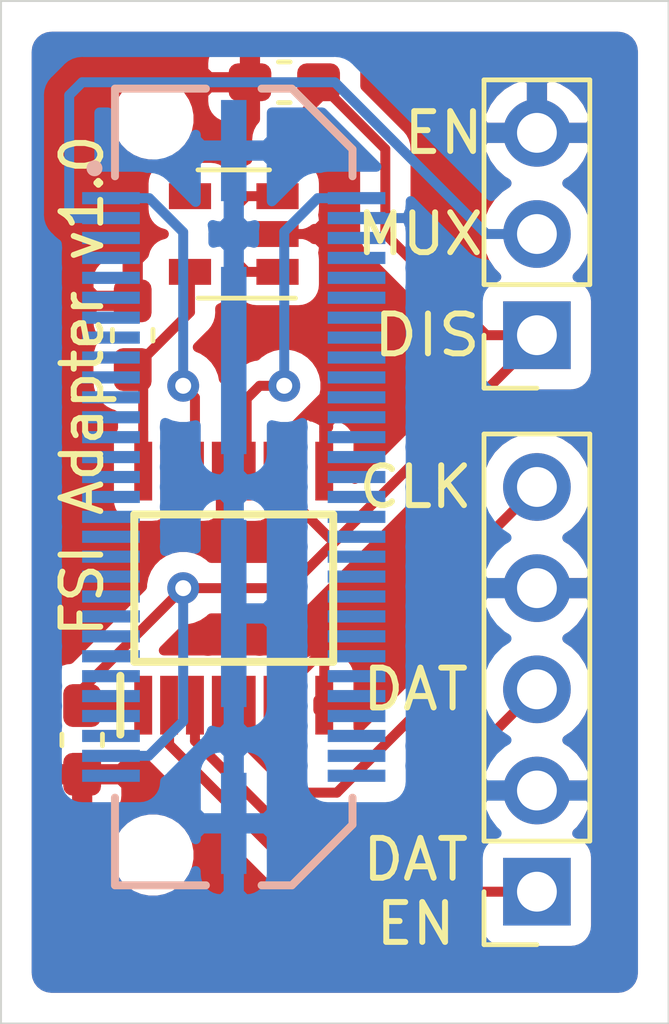
<source format=kicad_pcb>
(kicad_pcb (version 20171130) (host pcbnew 5.1.9)

  (general
    (thickness 1.6)
    (drawings 11)
    (tracks 113)
    (zones 0)
    (modules 8)
    (nets 68)
  )

  (page A)
  (title_block
    (title "FSI Adapter")
    (date 2021-01-30)
    (rev 1.0)
    (company "Evan Lojewski")
  )

  (layers
    (0 F.Cu signal)
    (31 B.Cu signal)
    (32 B.Adhes user hide)
    (33 F.Adhes user hide)
    (34 B.Paste user)
    (35 F.Paste user)
    (36 B.SilkS user hide)
    (37 F.SilkS user)
    (38 B.Mask user)
    (39 F.Mask user)
    (40 Dwgs.User user hide)
    (41 Cmts.User user hide)
    (42 Eco1.User user hide)
    (43 Eco2.User user hide)
    (44 Edge.Cuts user)
    (45 Margin user hide)
    (46 B.CrtYd user hide)
    (47 F.CrtYd user)
    (48 B.Fab user)
    (49 F.Fab user hide)
  )

  (setup
    (last_trace_width 0.2)
    (trace_clearance 0.2)
    (zone_clearance 0.508)
    (zone_45_only no)
    (trace_min 0.1524)
    (via_size 0.8)
    (via_drill 0.4)
    (via_min_size 0.4)
    (via_min_drill 0.254)
    (uvia_size 0.3)
    (uvia_drill 0.1)
    (uvias_allowed no)
    (uvia_min_size 0.2)
    (uvia_min_drill 0.1)
    (edge_width 0.05)
    (segment_width 0.2)
    (pcb_text_width 0.3)
    (pcb_text_size 1.5 1.5)
    (mod_edge_width 0.12)
    (mod_text_size 1 1)
    (mod_text_width 0.15)
    (pad_size 1.524 1.524)
    (pad_drill 0.762)
    (pad_to_mask_clearance 0)
    (aux_axis_origin 0 0)
    (visible_elements FFFFFF7F)
    (pcbplotparams
      (layerselection 0x010ec_ffffffff)
      (usegerberextensions false)
      (usegerberattributes true)
      (usegerberadvancedattributes true)
      (creategerberjobfile true)
      (excludeedgelayer true)
      (linewidth 0.100000)
      (plotframeref false)
      (viasonmask false)
      (mode 1)
      (useauxorigin false)
      (hpglpennumber 1)
      (hpglpenspeed 20)
      (hpglpendiameter 15.000000)
      (psnegative false)
      (psa4output false)
      (plotreference true)
      (plotvalue true)
      (plotinvisibletext false)
      (padsonsilk false)
      (subtractmaskfromsilk false)
      (outputformat 1)
      (mirror false)
      (drillshape 0)
      (scaleselection 1)
      (outputdirectory "gerbers/"))
  )

  (net 0 "")
  (net 1 +3V3)
  (net 2 "Net-(IC1-Pad4)")
  (net 3 "Net-(IC1-Pad6)")
  (net 4 GND)
  (net 5 "Net-(J1-Pad05)")
  (net 6 "Net-(J1-Pad06)")
  (net 7 "Net-(J1-Pad07)")
  (net 8 "Net-(J1-Pad08)")
  (net 9 "Net-(J1-Pad09)")
  (net 10 "Net-(J1-Pad10)")
  (net 11 "Net-(J1-Pad11)")
  (net 12 "Net-(J1-Pad12)")
  (net 13 "Net-(J1-Pad13)")
  (net 14 "Net-(J1-Pad14)")
  (net 15 "Net-(J1-Pad15)")
  (net 16 "Net-(J1-Pad16)")
  (net 17 "Net-(J1-Pad17)")
  (net 18 "Net-(J1-Pad18)")
  (net 19 "Net-(J1-Pad19)")
  (net 20 "Net-(J1-Pad20)")
  (net 21 "Net-(J1-Pad21)")
  (net 22 "Net-(J1-Pad22)")
  (net 23 "Net-(J1-Pad23)")
  (net 24 "Net-(J1-Pad24)")
  (net 25 "Net-(J1-Pad25)")
  (net 26 "Net-(J1-Pad26)")
  (net 27 "Net-(J1-Pad27)")
  (net 28 "Net-(J1-Pad28)")
  (net 29 "Net-(J1-Pad29)")
  (net 30 "Net-(J1-Pad30)")
  (net 31 "Net-(J1-Pad31)")
  (net 32 "Net-(J1-Pad32)")
  (net 33 "Net-(J1-Pad33)")
  (net 34 "Net-(J1-Pad34)")
  (net 35 "Net-(J1-Pad35)")
  (net 36 "Net-(J1-Pad36)")
  (net 37 "Net-(J1-Pad37)")
  (net 38 "Net-(J1-Pad38)")
  (net 39 "Net-(J1-Pad39)")
  (net 40 "Net-(J1-Pad40)")
  (net 41 "Net-(J1-Pad41)")
  (net 42 "Net-(J1-Pad42)")
  (net 43 "Net-(J1-Pad43)")
  (net 44 "Net-(J1-Pad44)")
  (net 45 "Net-(J1-Pad45)")
  (net 46 "Net-(J1-Pad46)")
  (net 47 "Net-(J1-Pad47)")
  (net 48 "Net-(J1-Pad48)")
  (net 49 "Net-(J1-Pad49)")
  (net 50 "Net-(J1-Pad50)")
  (net 51 "Net-(J1-Pad51)")
  (net 52 "Net-(J1-Pad52)")
  (net 53 "Net-(J1-Pad53)")
  (net 54 "Net-(J1-Pad54)")
  (net 55 "Net-(J1-Pad55)")
  (net 56 "Net-(J1-Pad56)")
  (net 57 "Net-(J1-Pad58)")
  (net 58 "Net-(J1-Pad59)")
  (net 59 "Net-(J1-Pad60)")
  (net 60 +1V1)
  (net 61 "Net-(U1-Pad4)")
  (net 62 /FSI_CLK)
  (net 63 /FSI_DAT)
  (net 64 /FSI_DAT_EN)
  (net 65 /DBG_CON_FSI_CLK)
  (net 66 /DBG_CON_FSI_DAT)
  (net 67 /DBG_MUX_SEL)

  (net_class Default "This is the default net class."
    (clearance 0.2)
    (trace_width 0.2)
    (via_dia 0.8)
    (via_drill 0.4)
    (uvia_dia 0.3)
    (uvia_drill 0.1)
    (add_net +1V1)
    (add_net +3V3)
    (add_net /DBG_CON_FSI_CLK)
    (add_net /DBG_CON_FSI_DAT)
    (add_net /DBG_MUX_SEL)
    (add_net /FSI_CLK)
    (add_net /FSI_DAT)
    (add_net /FSI_DAT_EN)
    (add_net GND)
    (add_net "Net-(IC1-Pad4)")
    (add_net "Net-(IC1-Pad6)")
    (add_net "Net-(J1-Pad05)")
    (add_net "Net-(J1-Pad06)")
    (add_net "Net-(J1-Pad07)")
    (add_net "Net-(J1-Pad08)")
    (add_net "Net-(J1-Pad09)")
    (add_net "Net-(J1-Pad10)")
    (add_net "Net-(J1-Pad11)")
    (add_net "Net-(J1-Pad12)")
    (add_net "Net-(J1-Pad13)")
    (add_net "Net-(J1-Pad14)")
    (add_net "Net-(J1-Pad15)")
    (add_net "Net-(J1-Pad16)")
    (add_net "Net-(J1-Pad17)")
    (add_net "Net-(J1-Pad18)")
    (add_net "Net-(J1-Pad19)")
    (add_net "Net-(J1-Pad20)")
    (add_net "Net-(J1-Pad21)")
    (add_net "Net-(J1-Pad22)")
    (add_net "Net-(J1-Pad23)")
    (add_net "Net-(J1-Pad24)")
    (add_net "Net-(J1-Pad25)")
    (add_net "Net-(J1-Pad26)")
    (add_net "Net-(J1-Pad27)")
    (add_net "Net-(J1-Pad28)")
    (add_net "Net-(J1-Pad29)")
    (add_net "Net-(J1-Pad30)")
    (add_net "Net-(J1-Pad31)")
    (add_net "Net-(J1-Pad32)")
    (add_net "Net-(J1-Pad33)")
    (add_net "Net-(J1-Pad34)")
    (add_net "Net-(J1-Pad35)")
    (add_net "Net-(J1-Pad36)")
    (add_net "Net-(J1-Pad37)")
    (add_net "Net-(J1-Pad38)")
    (add_net "Net-(J1-Pad39)")
    (add_net "Net-(J1-Pad40)")
    (add_net "Net-(J1-Pad41)")
    (add_net "Net-(J1-Pad42)")
    (add_net "Net-(J1-Pad43)")
    (add_net "Net-(J1-Pad44)")
    (add_net "Net-(J1-Pad45)")
    (add_net "Net-(J1-Pad46)")
    (add_net "Net-(J1-Pad47)")
    (add_net "Net-(J1-Pad48)")
    (add_net "Net-(J1-Pad49)")
    (add_net "Net-(J1-Pad50)")
    (add_net "Net-(J1-Pad51)")
    (add_net "Net-(J1-Pad52)")
    (add_net "Net-(J1-Pad53)")
    (add_net "Net-(J1-Pad54)")
    (add_net "Net-(J1-Pad55)")
    (add_net "Net-(J1-Pad56)")
    (add_net "Net-(J1-Pad58)")
    (add_net "Net-(J1-Pad59)")
    (add_net "Net-(J1-Pad60)")
    (add_net "Net-(U1-Pad4)")
  )

  (module Capacitor_SMD:C_0603_1608Metric_Pad1.08x0.95mm_HandSolder (layer F.Cu) (tedit 5F68FEEF) (tstamp 6019E19F)
    (at 38.1 29.21 180)
    (descr "Capacitor SMD 0603 (1608 Metric), square (rectangular) end terminal, IPC_7351 nominal with elongated pad for handsoldering. (Body size source: IPC-SM-782 page 76, https://www.pcb-3d.com/wordpress/wp-content/uploads/ipc-sm-782a_amendment_1_and_2.pdf), generated with kicad-footprint-generator")
    (tags "capacitor handsolder")
    (path /605C6324)
    (attr smd)
    (fp_text reference C3 (at 0 -1.43) (layer F.SilkS) hide
      (effects (font (size 1 1) (thickness 0.15)))
    )
    (fp_text value 100nF (at 0 1.43) (layer F.Fab) hide
      (effects (font (size 1 1) (thickness 0.15)))
    )
    (fp_line (start 1.65 0.73) (end -1.65 0.73) (layer F.CrtYd) (width 0.05))
    (fp_line (start 1.65 -0.73) (end 1.65 0.73) (layer F.CrtYd) (width 0.05))
    (fp_line (start -1.65 -0.73) (end 1.65 -0.73) (layer F.CrtYd) (width 0.05))
    (fp_line (start -1.65 0.73) (end -1.65 -0.73) (layer F.CrtYd) (width 0.05))
    (fp_line (start -0.146267 0.51) (end 0.146267 0.51) (layer F.SilkS) (width 0.12))
    (fp_line (start -0.146267 -0.51) (end 0.146267 -0.51) (layer F.SilkS) (width 0.12))
    (fp_line (start 0.8 0.4) (end -0.8 0.4) (layer F.Fab) (width 0.1))
    (fp_line (start 0.8 -0.4) (end 0.8 0.4) (layer F.Fab) (width 0.1))
    (fp_line (start -0.8 -0.4) (end 0.8 -0.4) (layer F.Fab) (width 0.1))
    (fp_line (start -0.8 0.4) (end -0.8 -0.4) (layer F.Fab) (width 0.1))
    (fp_text user %R (at 0 0) (layer F.Fab)
      (effects (font (size 0.4 0.4) (thickness 0.06)))
    )
    (pad 2 smd roundrect (at 0.8625 0 180) (size 1.075 0.95) (layers F.Cu F.Paste F.Mask) (roundrect_rratio 0.25)
      (net 4 GND))
    (pad 1 smd roundrect (at -0.8625 0 180) (size 1.075 0.95) (layers F.Cu F.Paste F.Mask) (roundrect_rratio 0.25)
      (net 1 +3V3))
    (model ${KISYS3DMOD}/Capacitor_SMD.3dshapes/C_0603_1608Metric.wrl
      (at (xyz 0 0 0))
      (scale (xyz 1 1 1))
      (rotate (xyz 0 0 0))
    )
  )

  (module Capacitor_SMD:C_0603_1608Metric_Pad1.08x0.95mm_HandSolder (layer F.Cu) (tedit 5F68FEEF) (tstamp 6019D871)
    (at 34.29 35.56 90)
    (descr "Capacitor SMD 0603 (1608 Metric), square (rectangular) end terminal, IPC_7351 nominal with elongated pad for handsoldering. (Body size source: IPC-SM-782 page 76, https://www.pcb-3d.com/wordpress/wp-content/uploads/ipc-sm-782a_amendment_1_and_2.pdf), generated with kicad-footprint-generator")
    (tags "capacitor handsolder")
    (path /605AD2EE)
    (attr smd)
    (fp_text reference C2 (at 0 -1.43 90) (layer F.SilkS) hide
      (effects (font (size 1 1) (thickness 0.15)))
    )
    (fp_text value 100nF (at 0 1.43 90) (layer F.Fab)
      (effects (font (size 1 1) (thickness 0.15)))
    )
    (fp_line (start 1.65 0.73) (end -1.65 0.73) (layer F.CrtYd) (width 0.05))
    (fp_line (start 1.65 -0.73) (end 1.65 0.73) (layer F.CrtYd) (width 0.05))
    (fp_line (start -1.65 -0.73) (end 1.65 -0.73) (layer F.CrtYd) (width 0.05))
    (fp_line (start -1.65 0.73) (end -1.65 -0.73) (layer F.CrtYd) (width 0.05))
    (fp_line (start -0.146267 0.51) (end 0.146267 0.51) (layer F.SilkS) (width 0.12))
    (fp_line (start -0.146267 -0.51) (end 0.146267 -0.51) (layer F.SilkS) (width 0.12))
    (fp_line (start 0.8 0.4) (end -0.8 0.4) (layer F.Fab) (width 0.1))
    (fp_line (start 0.8 -0.4) (end 0.8 0.4) (layer F.Fab) (width 0.1))
    (fp_line (start -0.8 -0.4) (end 0.8 -0.4) (layer F.Fab) (width 0.1))
    (fp_line (start -0.8 0.4) (end -0.8 -0.4) (layer F.Fab) (width 0.1))
    (fp_text user %R (at 0 0 90) (layer F.Fab)
      (effects (font (size 0.4 0.4) (thickness 0.06)))
    )
    (pad 2 smd roundrect (at 0.8625 0 90) (size 1.075 0.95) (layers F.Cu F.Paste F.Mask) (roundrect_rratio 0.25)
      (net 4 GND))
    (pad 1 smd roundrect (at -0.8625 0 90) (size 1.075 0.95) (layers F.Cu F.Paste F.Mask) (roundrect_rratio 0.25)
      (net 60 +1V1))
    (model ${KISYS3DMOD}/Capacitor_SMD.3dshapes/C_0603_1608Metric.wrl
      (at (xyz 0 0 0))
      (scale (xyz 1 1 1))
      (rotate (xyz 0 0 0))
    )
  )

  (module Capacitor_SMD:C_0603_1608Metric_Pad1.08x0.95mm_HandSolder (layer F.Cu) (tedit 5F68FEEF) (tstamp 6019D46E)
    (at 33.02 45.72 270)
    (descr "Capacitor SMD 0603 (1608 Metric), square (rectangular) end terminal, IPC_7351 nominal with elongated pad for handsoldering. (Body size source: IPC-SM-782 page 76, https://www.pcb-3d.com/wordpress/wp-content/uploads/ipc-sm-782a_amendment_1_and_2.pdf), generated with kicad-footprint-generator")
    (tags "capacitor handsolder")
    (path /605AC7E6)
    (attr smd)
    (fp_text reference C1 (at 0 -1.43 90) (layer F.SilkS) hide
      (effects (font (size 1 1) (thickness 0.15)))
    )
    (fp_text value 100nF (at 0 1.43 90) (layer F.Fab) hide
      (effects (font (size 1 1) (thickness 0.15)))
    )
    (fp_line (start 1.65 0.73) (end -1.65 0.73) (layer F.CrtYd) (width 0.05))
    (fp_line (start 1.65 -0.73) (end 1.65 0.73) (layer F.CrtYd) (width 0.05))
    (fp_line (start -1.65 -0.73) (end 1.65 -0.73) (layer F.CrtYd) (width 0.05))
    (fp_line (start -1.65 0.73) (end -1.65 -0.73) (layer F.CrtYd) (width 0.05))
    (fp_line (start -0.146267 0.51) (end 0.146267 0.51) (layer F.SilkS) (width 0.12))
    (fp_line (start -0.146267 -0.51) (end 0.146267 -0.51) (layer F.SilkS) (width 0.12))
    (fp_line (start 0.8 0.4) (end -0.8 0.4) (layer F.Fab) (width 0.1))
    (fp_line (start 0.8 -0.4) (end 0.8 0.4) (layer F.Fab) (width 0.1))
    (fp_line (start -0.8 -0.4) (end 0.8 -0.4) (layer F.Fab) (width 0.1))
    (fp_line (start -0.8 0.4) (end -0.8 -0.4) (layer F.Fab) (width 0.1))
    (fp_text user %R (at 0 0 90) (layer F.Fab)
      (effects (font (size 0.4 0.4) (thickness 0.06)))
    )
    (pad 2 smd roundrect (at 0.8625 0 270) (size 1.075 0.95) (layers F.Cu F.Paste F.Mask) (roundrect_rratio 0.25)
      (net 4 GND))
    (pad 1 smd roundrect (at -0.8625 0 270) (size 1.075 0.95) (layers F.Cu F.Paste F.Mask) (roundrect_rratio 0.25)
      (net 1 +3V3))
    (model ${KISYS3DMOD}/Capacitor_SMD.3dshapes/C_0603_1608Metric.wrl
      (at (xyz 0 0 0))
      (scale (xyz 1 1 1))
      (rotate (xyz 0 0 0))
    )
  )

  (module Connector_PinSocket_2.54mm:PinSocket_1x03_P2.54mm_Vertical (layer F.Cu) (tedit 5A19A429) (tstamp 6019C9EA)
    (at 44.45 35.56 180)
    (descr "Through hole straight socket strip, 1x03, 2.54mm pitch, single row (from Kicad 4.0.7), script generated")
    (tags "Through hole socket strip THT 1x03 2.54mm single row")
    (path /6059437D)
    (fp_text reference J3 (at -6.35 0) (layer F.SilkS) hide
      (effects (font (size 1 1) (thickness 0.15)))
    )
    (fp_text value Conn_01x03 (at 0 7.85) (layer F.Fab) hide
      (effects (font (size 1 1) (thickness 0.15)))
    )
    (fp_line (start -1.8 6.85) (end -1.8 -1.8) (layer F.CrtYd) (width 0.05))
    (fp_line (start 1.75 6.85) (end -1.8 6.85) (layer F.CrtYd) (width 0.05))
    (fp_line (start 1.75 -1.8) (end 1.75 6.85) (layer F.CrtYd) (width 0.05))
    (fp_line (start -1.8 -1.8) (end 1.75 -1.8) (layer F.CrtYd) (width 0.05))
    (fp_line (start 0 -1.33) (end 1.33 -1.33) (layer F.SilkS) (width 0.12))
    (fp_line (start 1.33 -1.33) (end 1.33 0) (layer F.SilkS) (width 0.12))
    (fp_line (start 1.33 1.27) (end 1.33 6.41) (layer F.SilkS) (width 0.12))
    (fp_line (start -1.33 6.41) (end 1.33 6.41) (layer F.SilkS) (width 0.12))
    (fp_line (start -1.33 1.27) (end -1.33 6.41) (layer F.SilkS) (width 0.12))
    (fp_line (start -1.33 1.27) (end 1.33 1.27) (layer F.SilkS) (width 0.12))
    (fp_line (start -1.27 6.35) (end -1.27 -1.27) (layer F.Fab) (width 0.1))
    (fp_line (start 1.27 6.35) (end -1.27 6.35) (layer F.Fab) (width 0.1))
    (fp_line (start 1.27 -0.635) (end 1.27 6.35) (layer F.Fab) (width 0.1))
    (fp_line (start 0.635 -1.27) (end 1.27 -0.635) (layer F.Fab) (width 0.1))
    (fp_line (start -1.27 -1.27) (end 0.635 -1.27) (layer F.Fab) (width 0.1))
    (fp_text user %R (at 3.81 0) (layer F.Fab)
      (effects (font (size 1 1) (thickness 0.15)))
    )
    (pad 3 thru_hole oval (at 0 5.08 180) (size 1.7 1.7) (drill 1) (layers *.Cu *.Mask)
      (net 4 GND))
    (pad 2 thru_hole oval (at 0 2.54 180) (size 1.7 1.7) (drill 1) (layers *.Cu *.Mask)
      (net 67 /DBG_MUX_SEL))
    (pad 1 thru_hole rect (at 0 0 180) (size 1.7 1.7) (drill 1) (layers *.Cu *.Mask)
      (net 1 +3V3))
    (model ${KISYS3DMOD}/Connector_PinSocket_2.54mm.3dshapes/PinSocket_1x03_P2.54mm_Vertical.wrl
      (at (xyz 0 0 0))
      (scale (xyz 1 1 1))
      (rotate (xyz 0 0 0))
    )
  )

  (module Connector_PinSocket_2.54mm:PinSocket_1x05_P2.54mm_Vertical (layer F.Cu) (tedit 5A19A420) (tstamp 6019A6AC)
    (at 44.45 49.53 180)
    (descr "Through hole straight socket strip, 1x05, 2.54mm pitch, single row (from Kicad 4.0.7), script generated")
    (tags "Through hole socket strip THT 1x05 2.54mm single row")
    (path /605310CE)
    (fp_text reference J2 (at 6.35 0) (layer F.SilkS) hide
      (effects (font (size 1 1) (thickness 0.15)))
    )
    (fp_text value Conn_01x05 (at 0 12.93) (layer F.Fab) hide
      (effects (font (size 1 1) (thickness 0.15)))
    )
    (fp_line (start -1.8 11.9) (end -1.8 -1.8) (layer F.CrtYd) (width 0.05))
    (fp_line (start 1.75 11.9) (end -1.8 11.9) (layer F.CrtYd) (width 0.05))
    (fp_line (start 1.75 -1.8) (end 1.75 11.9) (layer F.CrtYd) (width 0.05))
    (fp_line (start -1.8 -1.8) (end 1.75 -1.8) (layer F.CrtYd) (width 0.05))
    (fp_line (start 0 -1.33) (end 1.33 -1.33) (layer F.SilkS) (width 0.12))
    (fp_line (start 1.33 -1.33) (end 1.33 0) (layer F.SilkS) (width 0.12))
    (fp_line (start 1.33 1.27) (end 1.33 11.49) (layer F.SilkS) (width 0.12))
    (fp_line (start -1.33 11.49) (end 1.33 11.49) (layer F.SilkS) (width 0.12))
    (fp_line (start -1.33 1.27) (end -1.33 11.49) (layer F.SilkS) (width 0.12))
    (fp_line (start -1.33 1.27) (end 1.33 1.27) (layer F.SilkS) (width 0.12))
    (fp_line (start -1.27 11.43) (end -1.27 -1.27) (layer F.Fab) (width 0.1))
    (fp_line (start 1.27 11.43) (end -1.27 11.43) (layer F.Fab) (width 0.1))
    (fp_line (start 1.27 -0.635) (end 1.27 11.43) (layer F.Fab) (width 0.1))
    (fp_line (start 0.635 -1.27) (end 1.27 -0.635) (layer F.Fab) (width 0.1))
    (fp_line (start -1.27 -1.27) (end 0.635 -1.27) (layer F.Fab) (width 0.1))
    (fp_text user %R (at 0 5.08 90) (layer F.Fab)
      (effects (font (size 1 1) (thickness 0.15)))
    )
    (pad 5 thru_hole oval (at 0 10.16 180) (size 1.7 1.7) (drill 1) (layers *.Cu *.Mask)
      (net 62 /FSI_CLK))
    (pad 4 thru_hole oval (at 0 7.62 180) (size 1.7 1.7) (drill 1) (layers *.Cu *.Mask)
      (net 4 GND))
    (pad 3 thru_hole oval (at 0 5.08 180) (size 1.7 1.7) (drill 1) (layers *.Cu *.Mask)
      (net 63 /FSI_DAT))
    (pad 2 thru_hole oval (at 0 2.54 180) (size 1.7 1.7) (drill 1) (layers *.Cu *.Mask)
      (net 4 GND))
    (pad 1 thru_hole rect (at 0 0 180) (size 1.7 1.7) (drill 1) (layers *.Cu *.Mask)
      (net 64 /FSI_DAT_EN))
    (model ${KISYS3DMOD}/Connector_PinSocket_2.54mm.3dshapes/PinSocket_1x05_P2.54mm_Vertical.wrl
      (at (xyz 0 0 0))
      (scale (xyz 1 1 1))
      (rotate (xyz 0 0 0))
    )
  )

  (module Package_TO_SOT_SMD:SOT-23-5 locked (layer F.Cu) (tedit 5A02FF57) (tstamp 60199911)
    (at 36.83 33.02 180)
    (descr "5-pin SOT23 package")
    (tags SOT-23-5)
    (path /6051495F)
    (attr smd)
    (fp_text reference U1 (at 0 -2.9) (layer F.SilkS) hide
      (effects (font (size 1 1) (thickness 0.15)))
    )
    (fp_text value TLV73311PDBV (at 0 2.9) (layer F.Fab) hide
      (effects (font (size 1 1) (thickness 0.15)))
    )
    (fp_line (start 0.9 -1.55) (end 0.9 1.55) (layer F.Fab) (width 0.1))
    (fp_line (start 0.9 1.55) (end -0.9 1.55) (layer F.Fab) (width 0.1))
    (fp_line (start -0.9 -0.9) (end -0.9 1.55) (layer F.Fab) (width 0.1))
    (fp_line (start 0.9 -1.55) (end -0.25 -1.55) (layer F.Fab) (width 0.1))
    (fp_line (start -0.9 -0.9) (end -0.25 -1.55) (layer F.Fab) (width 0.1))
    (fp_line (start -1.9 1.8) (end -1.9 -1.8) (layer F.CrtYd) (width 0.05))
    (fp_line (start 1.9 1.8) (end -1.9 1.8) (layer F.CrtYd) (width 0.05))
    (fp_line (start 1.9 -1.8) (end 1.9 1.8) (layer F.CrtYd) (width 0.05))
    (fp_line (start -1.9 -1.8) (end 1.9 -1.8) (layer F.CrtYd) (width 0.05))
    (fp_line (start 0.9 -1.61) (end -1.55 -1.61) (layer F.SilkS) (width 0.12))
    (fp_line (start -0.9 1.61) (end 0.9 1.61) (layer F.SilkS) (width 0.12))
    (fp_text user %R (at 0 0 90) (layer F.Fab)
      (effects (font (size 0.5 0.5) (thickness 0.075)))
    )
    (pad 5 smd rect (at 1.1 -0.95 180) (size 1.06 0.65) (layers F.Cu F.Paste F.Mask)
      (net 60 +1V1))
    (pad 4 smd rect (at 1.1 0.95 180) (size 1.06 0.65) (layers F.Cu F.Paste F.Mask)
      (net 61 "Net-(U1-Pad4)"))
    (pad 3 smd rect (at -1.1 0.95 180) (size 1.06 0.65) (layers F.Cu F.Paste F.Mask)
      (net 1 +3V3))
    (pad 2 smd rect (at -1.1 0 180) (size 1.06 0.65) (layers F.Cu F.Paste F.Mask)
      (net 4 GND))
    (pad 1 smd rect (at -1.1 -0.95 180) (size 1.06 0.65) (layers F.Cu F.Paste F.Mask)
      (net 1 +3V3))
    (model ${KISYS3DMOD}/Package_TO_SOT_SMD.3dshapes/SOT-23-5.wrl
      (at (xyz 0 0 0))
      (scale (xyz 1 1 1))
      (rotate (xyz 0 0 0))
    )
  )

  (module parts:SAMTEC-QTH-030-01-X-D-A (layer B.Cu) (tedit 6014EA93) (tstamp 6019DC37)
    (at 36.83 39.37 270)
    (path /604FB505)
    (fp_text reference J1 (at -6.825 4.975 270) (layer B.SilkS) hide
      (effects (font (size 1 1) (thickness 0.15)) (justify mirror))
    )
    (fp_text value QTH-030-01-F-D-A-K (at 0 3.81 270) (layer B.Fab)
      (effects (font (size 1 1) (thickness 0.015)) (justify mirror))
    )
    (fp_line (start -10 2.985) (end 10 2.985) (layer B.Fab) (width 0.1))
    (fp_line (start 10 2.985) (end 10 -1.461) (layer B.Fab) (width 0.1))
    (fp_line (start 10 -1.461) (end 8.476 -2.985) (layer B.Fab) (width 0.1))
    (fp_line (start 8.476 -2.985) (end -8.476 -2.985) (layer B.Fab) (width 0.1))
    (fp_line (start -8.476 -2.985) (end -10 -1.461) (layer B.Fab) (width 0.1))
    (fp_line (start -10 -1.461) (end -10 2.985) (layer B.Fab) (width 0.1))
    (fp_line (start -8.476 -2.985) (end -10 -1.461) (layer B.SilkS) (width 0.2))
    (fp_line (start 10 -1.461) (end 8.476 -2.985) (layer B.SilkS) (width 0.2))
    (fp_line (start -10 -1.461) (end -10 -0.7) (layer B.SilkS) (width 0.2))
    (fp_line (start -10 0.7) (end -10 2.985) (layer B.SilkS) (width 0.2))
    (fp_line (start -10 2.985) (end -7.8 2.985) (layer B.SilkS) (width 0.2))
    (fp_line (start -8.476 -2.985) (end -7.8 -2.985) (layer B.SilkS) (width 0.2))
    (fp_line (start 10 0.7) (end 10 2.985) (layer B.SilkS) (width 0.2))
    (fp_line (start 10 -1.461) (end 10 -0.7) (layer B.SilkS) (width 0.2))
    (fp_line (start 10 2.985) (end 7.8 2.985) (layer B.SilkS) (width 0.2))
    (fp_line (start 8.476 -2.985) (end 7.8 -2.985) (layer B.SilkS) (width 0.2))
    (fp_circle (center -8 3.5) (end -7.9 3.5) (layer B.SilkS) (width 0.2))
    (fp_circle (center -8 3.5) (end -7.9 3.5) (layer B.Fab) (width 0.2))
    (fp_line (start -10.25 4.065) (end 10.25 4.065) (layer B.CrtYd) (width 0.05))
    (fp_line (start 10.25 4.065) (end 10.25 -4.065) (layer B.CrtYd) (width 0.05))
    (fp_line (start 10.25 -4.065) (end -10.25 -4.065) (layer B.CrtYd) (width 0.05))
    (fp_line (start -10.25 -4.065) (end -10.25 4.065) (layer B.CrtYd) (width 0.05))
    (pad 01 smd rect (at -7.25 3.086 270) (size 0.305 1.45) (layers B.Cu B.Paste B.Mask)
      (net 66 /DBG_CON_FSI_DAT))
    (pad 02 smd rect (at -7.25 -3.086 270) (size 0.305 1.45) (layers B.Cu B.Paste B.Mask)
      (net 65 /DBG_CON_FSI_CLK))
    (pad 03 smd rect (at -6.75 3.086 270) (size 0.305 1.45) (layers B.Cu B.Paste B.Mask)
      (net 67 /DBG_MUX_SEL))
    (pad 04 smd rect (at -6.75 -3.086 270) (size 0.305 1.45) (layers B.Cu B.Paste B.Mask)
      (net 4 GND))
    (pad 05 smd rect (at -6.25 3.086 270) (size 0.305 1.45) (layers B.Cu B.Paste B.Mask)
      (net 5 "Net-(J1-Pad05)"))
    (pad 06 smd rect (at -6.25 -3.086 270) (size 0.305 1.45) (layers B.Cu B.Paste B.Mask)
      (net 6 "Net-(J1-Pad06)"))
    (pad 07 smd rect (at -5.75 3.086 270) (size 0.305 1.45) (layers B.Cu B.Paste B.Mask)
      (net 7 "Net-(J1-Pad07)"))
    (pad 08 smd rect (at -5.75 -3.086 270) (size 0.305 1.45) (layers B.Cu B.Paste B.Mask)
      (net 8 "Net-(J1-Pad08)"))
    (pad 09 smd rect (at -5.25 3.086 270) (size 0.305 1.45) (layers B.Cu B.Paste B.Mask)
      (net 9 "Net-(J1-Pad09)"))
    (pad 10 smd rect (at -5.25 -3.086 270) (size 0.305 1.45) (layers B.Cu B.Paste B.Mask)
      (net 10 "Net-(J1-Pad10)"))
    (pad 11 smd rect (at -4.75 3.086 270) (size 0.305 1.45) (layers B.Cu B.Paste B.Mask)
      (net 11 "Net-(J1-Pad11)"))
    (pad 12 smd rect (at -4.75 -3.086 270) (size 0.305 1.45) (layers B.Cu B.Paste B.Mask)
      (net 12 "Net-(J1-Pad12)"))
    (pad 13 smd rect (at -4.25 3.086 270) (size 0.305 1.45) (layers B.Cu B.Paste B.Mask)
      (net 13 "Net-(J1-Pad13)"))
    (pad 14 smd rect (at -4.25 -3.086 270) (size 0.305 1.45) (layers B.Cu B.Paste B.Mask)
      (net 14 "Net-(J1-Pad14)"))
    (pad 15 smd rect (at -3.75 3.086 270) (size 0.305 1.45) (layers B.Cu B.Paste B.Mask)
      (net 15 "Net-(J1-Pad15)"))
    (pad 16 smd rect (at -3.75 -3.086 270) (size 0.305 1.45) (layers B.Cu B.Paste B.Mask)
      (net 16 "Net-(J1-Pad16)"))
    (pad 17 smd rect (at -3.25 3.086 270) (size 0.305 1.45) (layers B.Cu B.Paste B.Mask)
      (net 17 "Net-(J1-Pad17)"))
    (pad 18 smd rect (at -3.25 -3.086 270) (size 0.305 1.45) (layers B.Cu B.Paste B.Mask)
      (net 18 "Net-(J1-Pad18)"))
    (pad 19 smd rect (at -2.75 3.086 270) (size 0.305 1.45) (layers B.Cu B.Paste B.Mask)
      (net 19 "Net-(J1-Pad19)"))
    (pad 20 smd rect (at -2.75 -3.086 270) (size 0.305 1.45) (layers B.Cu B.Paste B.Mask)
      (net 20 "Net-(J1-Pad20)"))
    (pad 21 smd rect (at -2.25 3.086 270) (size 0.305 1.45) (layers B.Cu B.Paste B.Mask)
      (net 21 "Net-(J1-Pad21)"))
    (pad 22 smd rect (at -2.25 -3.086 270) (size 0.305 1.45) (layers B.Cu B.Paste B.Mask)
      (net 22 "Net-(J1-Pad22)"))
    (pad 23 smd rect (at -1.75 3.086 270) (size 0.305 1.45) (layers B.Cu B.Paste B.Mask)
      (net 23 "Net-(J1-Pad23)"))
    (pad 24 smd rect (at -1.75 -3.086 270) (size 0.305 1.45) (layers B.Cu B.Paste B.Mask)
      (net 24 "Net-(J1-Pad24)"))
    (pad 25 smd rect (at -1.25 3.086 270) (size 0.305 1.45) (layers B.Cu B.Paste B.Mask)
      (net 25 "Net-(J1-Pad25)"))
    (pad 26 smd rect (at -1.25 -3.086 270) (size 0.305 1.45) (layers B.Cu B.Paste B.Mask)
      (net 26 "Net-(J1-Pad26)"))
    (pad 27 smd rect (at -0.75 3.086 270) (size 0.305 1.45) (layers B.Cu B.Paste B.Mask)
      (net 27 "Net-(J1-Pad27)"))
    (pad 28 smd rect (at -0.75 -3.086 270) (size 0.305 1.45) (layers B.Cu B.Paste B.Mask)
      (net 28 "Net-(J1-Pad28)"))
    (pad 29 smd rect (at -0.25 3.086 270) (size 0.305 1.45) (layers B.Cu B.Paste B.Mask)
      (net 29 "Net-(J1-Pad29)"))
    (pad 30 smd rect (at -0.25 -3.086 270) (size 0.305 1.45) (layers B.Cu B.Paste B.Mask)
      (net 30 "Net-(J1-Pad30)"))
    (pad 31 smd rect (at 0.25 3.086 270) (size 0.305 1.45) (layers B.Cu B.Paste B.Mask)
      (net 31 "Net-(J1-Pad31)"))
    (pad 32 smd rect (at 0.25 -3.086 270) (size 0.305 1.45) (layers B.Cu B.Paste B.Mask)
      (net 32 "Net-(J1-Pad32)"))
    (pad 33 smd rect (at 0.75 3.086 270) (size 0.305 1.45) (layers B.Cu B.Paste B.Mask)
      (net 33 "Net-(J1-Pad33)"))
    (pad 34 smd rect (at 0.75 -3.086 270) (size 0.305 1.45) (layers B.Cu B.Paste B.Mask)
      (net 34 "Net-(J1-Pad34)"))
    (pad 35 smd rect (at 1.25 3.086 270) (size 0.305 1.45) (layers B.Cu B.Paste B.Mask)
      (net 35 "Net-(J1-Pad35)"))
    (pad 36 smd rect (at 1.25 -3.086 270) (size 0.305 1.45) (layers B.Cu B.Paste B.Mask)
      (net 36 "Net-(J1-Pad36)"))
    (pad 37 smd rect (at 1.75 3.086 270) (size 0.305 1.45) (layers B.Cu B.Paste B.Mask)
      (net 37 "Net-(J1-Pad37)"))
    (pad 38 smd rect (at 1.75 -3.086 270) (size 0.305 1.45) (layers B.Cu B.Paste B.Mask)
      (net 38 "Net-(J1-Pad38)"))
    (pad 39 smd rect (at 2.25 3.086 270) (size 0.305 1.45) (layers B.Cu B.Paste B.Mask)
      (net 39 "Net-(J1-Pad39)"))
    (pad 40 smd rect (at 2.25 -3.086 270) (size 0.305 1.45) (layers B.Cu B.Paste B.Mask)
      (net 40 "Net-(J1-Pad40)"))
    (pad 41 smd rect (at 2.75 3.086 270) (size 0.305 1.45) (layers B.Cu B.Paste B.Mask)
      (net 41 "Net-(J1-Pad41)"))
    (pad 42 smd rect (at 2.75 -3.086 270) (size 0.305 1.45) (layers B.Cu B.Paste B.Mask)
      (net 42 "Net-(J1-Pad42)"))
    (pad 43 smd rect (at 3.25 3.086 270) (size 0.305 1.45) (layers B.Cu B.Paste B.Mask)
      (net 43 "Net-(J1-Pad43)"))
    (pad 44 smd rect (at 3.25 -3.086 270) (size 0.305 1.45) (layers B.Cu B.Paste B.Mask)
      (net 44 "Net-(J1-Pad44)"))
    (pad 45 smd rect (at 3.75 3.086 270) (size 0.305 1.45) (layers B.Cu B.Paste B.Mask)
      (net 45 "Net-(J1-Pad45)"))
    (pad 46 smd rect (at 3.75 -3.086 270) (size 0.305 1.45) (layers B.Cu B.Paste B.Mask)
      (net 46 "Net-(J1-Pad46)"))
    (pad 47 smd rect (at 4.25 3.086 270) (size 0.305 1.45) (layers B.Cu B.Paste B.Mask)
      (net 47 "Net-(J1-Pad47)"))
    (pad 48 smd rect (at 4.25 -3.086 270) (size 0.305 1.45) (layers B.Cu B.Paste B.Mask)
      (net 48 "Net-(J1-Pad48)"))
    (pad 49 smd rect (at 4.75 3.086 270) (size 0.305 1.45) (layers B.Cu B.Paste B.Mask)
      (net 49 "Net-(J1-Pad49)"))
    (pad 50 smd rect (at 4.75 -3.086 270) (size 0.305 1.45) (layers B.Cu B.Paste B.Mask)
      (net 50 "Net-(J1-Pad50)"))
    (pad 51 smd rect (at 5.25 3.086 270) (size 0.305 1.45) (layers B.Cu B.Paste B.Mask)
      (net 51 "Net-(J1-Pad51)"))
    (pad 52 smd rect (at 5.25 -3.086 270) (size 0.305 1.45) (layers B.Cu B.Paste B.Mask)
      (net 52 "Net-(J1-Pad52)"))
    (pad 53 smd rect (at 5.75 3.086 270) (size 0.305 1.45) (layers B.Cu B.Paste B.Mask)
      (net 53 "Net-(J1-Pad53)"))
    (pad 54 smd rect (at 5.75 -3.086 270) (size 0.305 1.45) (layers B.Cu B.Paste B.Mask)
      (net 54 "Net-(J1-Pad54)"))
    (pad 55 smd rect (at 6.25 3.086 270) (size 0.305 1.45) (layers B.Cu B.Paste B.Mask)
      (net 55 "Net-(J1-Pad55)"))
    (pad 56 smd rect (at 6.25 -3.086 270) (size 0.305 1.45) (layers B.Cu B.Paste B.Mask)
      (net 56 "Net-(J1-Pad56)"))
    (pad 57 smd rect (at 6.75 3.086 270) (size 0.305 1.45) (layers B.Cu B.Paste B.Mask)
      (net 1 +3V3))
    (pad 58 smd rect (at 6.75 -3.086 270) (size 0.305 1.45) (layers B.Cu B.Paste B.Mask)
      (net 57 "Net-(J1-Pad58)"))
    (pad 59 smd rect (at 7.25 3.086 270) (size 0.305 1.45) (layers B.Cu B.Paste B.Mask)
      (net 58 "Net-(J1-Pad59)"))
    (pad 60 smd rect (at 7.25 -3.086 270) (size 0.305 1.45) (layers B.Cu B.Paste B.Mask)
      (net 59 "Net-(J1-Pad60)"))
    (pad G1 smd rect (at -8.445 0 270) (size 2.54 0.64) (layers B.Cu B.Paste B.Mask)
      (net 4 GND))
    (pad G4 smd rect (at 8.445 0 270) (size 2.54 0.64) (layers B.Cu B.Paste B.Mask)
      (net 4 GND))
    (pad G2 smd rect (at -3.175 0 270) (size 4.7 0.64) (layers B.Cu B.Paste B.Mask)
      (net 4 GND))
    (pad G3 smd rect (at 3.175 0 270) (size 4.7 0.64) (layers B.Cu B.Paste B.Mask)
      (net 4 GND))
    (pad None np_thru_hole circle (at -9.24 2.03 270) (size 1.02 1.02) (drill 1.02) (layers *.Cu *.Mask))
    (pad None np_thru_hole circle (at 9.24 2.03 270) (size 1.02 1.02) (drill 1.02) (layers *.Cu *.Mask))
  )

  (module parts:SOP65P640X110-16N (layer F.Cu) (tedit 0) (tstamp 60198A78)
    (at 36.83 41.91 90)
    (descr SOT403-1)
    (tags "Integrated Circuit")
    (path /604FA2A3)
    (attr smd)
    (fp_text reference IC1 (at 0 0 90) (layer F.SilkS) hide
      (effects (font (size 1.27 1.27) (thickness 0.254)))
    )
    (fp_text value 74AVC4TD245PW,118 (at 0 0 90) (layer F.SilkS) hide
      (effects (font (size 1.27 1.27) (thickness 0.254)))
    )
    (fp_line (start -3.925 -2.8) (end 3.925 -2.8) (layer F.CrtYd) (width 0.05))
    (fp_line (start 3.925 -2.8) (end 3.925 2.8) (layer F.CrtYd) (width 0.05))
    (fp_line (start 3.925 2.8) (end -3.925 2.8) (layer F.CrtYd) (width 0.05))
    (fp_line (start -3.925 2.8) (end -3.925 -2.8) (layer F.CrtYd) (width 0.05))
    (fp_line (start -2.2 -2.5) (end 2.2 -2.5) (layer F.Fab) (width 0.1))
    (fp_line (start 2.2 -2.5) (end 2.2 2.5) (layer F.Fab) (width 0.1))
    (fp_line (start 2.2 2.5) (end -2.2 2.5) (layer F.Fab) (width 0.1))
    (fp_line (start -2.2 2.5) (end -2.2 -2.5) (layer F.Fab) (width 0.1))
    (fp_line (start -2.2 -1.85) (end -1.55 -2.5) (layer F.Fab) (width 0.1))
    (fp_line (start -1.85 -2.5) (end 1.85 -2.5) (layer F.SilkS) (width 0.2))
    (fp_line (start 1.85 -2.5) (end 1.85 2.5) (layer F.SilkS) (width 0.2))
    (fp_line (start 1.85 2.5) (end -1.85 2.5) (layer F.SilkS) (width 0.2))
    (fp_line (start -1.85 2.5) (end -1.85 -2.5) (layer F.SilkS) (width 0.2))
    (fp_line (start -3.675 -2.85) (end -2.2 -2.85) (layer F.SilkS) (width 0.2))
    (fp_text user %R (at 0 0 90) (layer F.Fab)
      (effects (font (size 1.27 1.27) (thickness 0.254)))
    )
    (pad 1 smd rect (at -2.938 -2.275 180) (size 0.45 1.475) (layers F.Cu F.Paste F.Mask)
      (net 1 +3V3))
    (pad 2 smd rect (at -2.938 -1.625 180) (size 0.45 1.475) (layers F.Cu F.Paste F.Mask)
      (net 64 /FSI_DAT_EN))
    (pad 3 smd rect (at -2.938 -0.975 180) (size 0.45 1.475) (layers F.Cu F.Paste F.Mask)
      (net 63 /FSI_DAT))
    (pad 4 smd rect (at -2.938 -0.325 180) (size 0.45 1.475) (layers F.Cu F.Paste F.Mask)
      (net 2 "Net-(IC1-Pad4)"))
    (pad 5 smd rect (at -2.938 0.325 180) (size 0.45 1.475) (layers F.Cu F.Paste F.Mask)
      (net 62 /FSI_CLK))
    (pad 6 smd rect (at -2.938 0.975 180) (size 0.45 1.475) (layers F.Cu F.Paste F.Mask)
      (net 3 "Net-(IC1-Pad6)"))
    (pad 7 smd rect (at -2.938 1.625 180) (size 0.45 1.475) (layers F.Cu F.Paste F.Mask)
      (net 4 GND))
    (pad 8 smd rect (at -2.938 2.275 180) (size 0.45 1.475) (layers F.Cu F.Paste F.Mask)
      (net 4 GND))
    (pad 9 smd rect (at 2.938 2.275 180) (size 0.45 1.475) (layers F.Cu F.Paste F.Mask)
      (net 4 GND))
    (pad 10 smd rect (at 2.938 1.625 180) (size 0.45 1.475) (layers F.Cu F.Paste F.Mask)
      (net 1 +3V3))
    (pad 11 smd rect (at 2.938 0.975 180) (size 0.45 1.475) (layers F.Cu F.Paste F.Mask)
      (net 4 GND))
    (pad 12 smd rect (at 2.938 0.325 180) (size 0.45 1.475) (layers F.Cu F.Paste F.Mask)
      (net 65 /DBG_CON_FSI_CLK))
    (pad 13 smd rect (at 2.938 -0.325 180) (size 0.45 1.475) (layers F.Cu F.Paste F.Mask)
      (net 4 GND))
    (pad 14 smd rect (at 2.938 -0.975 180) (size 0.45 1.475) (layers F.Cu F.Paste F.Mask)
      (net 66 /DBG_CON_FSI_DAT))
    (pad 15 smd rect (at 2.938 -1.625 180) (size 0.45 1.475) (layers F.Cu F.Paste F.Mask)
      (net 4 GND))
    (pad 16 smd rect (at 2.938 -2.275 180) (size 0.45 1.475) (layers F.Cu F.Paste F.Mask)
      (net 60 +1V1))
    (model 74AVC4TD245PW,118.stp
      (at (xyz 0 0 0))
      (scale (xyz 1 1 1))
      (rotate (xyz 0 0 0))
    )
  )

  (gr_line (start 30.98 27.17) (end 30.98 52.84) (layer Edge.Cuts) (width 0.05) (tstamp 6019E816))
  (gr_line (start 47.76 27.17) (end 30.98 27.17) (layer Edge.Cuts) (width 0.05))
  (gr_line (start 47.76 52.84) (end 47.76 27.17) (layer Edge.Cuts) (width 0.05))
  (gr_line (start 30.98 52.84) (end 47.76 52.84) (layer Edge.Cuts) (width 0.05))
  (gr_text "FSI Adapter v1.0" (at 33.02 36.83 90) (layer F.SilkS)
    (effects (font (size 1 1) (thickness 0.15)))
  )
  (gr_text EN (at 43.18 30.48) (layer F.SilkS)
    (effects (font (size 1 1) (thickness 0.15)) (justify right))
  )
  (gr_text MUX (at 43.18 33.02) (layer F.SilkS)
    (effects (font (size 1 1) (thickness 0.15)) (justify right))
  )
  (gr_text DIS (at 43.12 35.56) (layer F.SilkS)
    (effects (font (size 1 1.1) (thickness 0.15)) (justify right))
  )
  (gr_text "  DAT\n  EN" (at 40.64 49.53) (layer F.SilkS)
    (effects (font (size 1 1) (thickness 0.15)))
  )
  (gr_text "  DAT" (at 40.64 44.45) (layer F.SilkS)
    (effects (font (size 1 1) (thickness 0.15)))
  )
  (gr_text "  CLK" (at 40.64 39.37) (layer F.SilkS)
    (effects (font (size 1 1) (thickness 0.15)))
  )

  (via (at 35.56 41.91) (size 0.8) (drill 0.4) (layers F.Cu B.Cu) (net 1))
  (segment (start 33.418 44.848) (end 33.02 44.45) (width 0.25) (layer F.Cu) (net 1))
  (segment (start 34.555 44.848) (end 33.418 44.848) (width 0.25) (layer F.Cu) (net 1))
  (segment (start 44.45 35.66641) (end 44.45 35.56) (width 0.25) (layer F.Cu) (net 1))
  (segment (start 37.93 32.07) (end 37.93 31.58) (width 0.25) (layer F.Cu) (net 1))
  (segment (start 37.15 33.97) (end 36.83 33.65) (width 0.25) (layer F.Cu) (net 1))
  (segment (start 37.93 33.97) (end 37.15 33.97) (width 0.25) (layer F.Cu) (net 1))
  (segment (start 37.15 32.07) (end 36.83 32.39) (width 0.25) (layer F.Cu) (net 1))
  (segment (start 37.93 32.07) (end 37.15 32.07) (width 0.25) (layer F.Cu) (net 1))
  (segment (start 36.83 32.39) (end 36.83 33.65) (width 0.25) (layer F.Cu) (net 1))
  (segment (start 33.02 44.8575) (end 33.02 44.45) (width 0.25) (layer F.Cu) (net 1))
  (segment (start 33.02 44.45) (end 34.29 43.18) (width 0.25) (layer F.Cu) (net 1))
  (segment (start 37.93 32.07) (end 37.93 30.65) (width 0.25) (layer F.Cu) (net 1))
  (segment (start 38.9625 29.6175) (end 38.9625 29.21) (width 0.25) (layer F.Cu) (net 1))
  (segment (start 37.93 30.65) (end 38.9625 29.6175) (width 0.25) (layer F.Cu) (net 1))
  (segment (start 44.45 35.56) (end 43.18 35.56) (width 0.25) (layer F.Cu) (net 1))
  (segment (start 43.18 35.56) (end 40.64 33.02) (width 0.25) (layer F.Cu) (net 1))
  (segment (start 40.64 30.8875) (end 38.9625 29.21) (width 0.25) (layer F.Cu) (net 1))
  (segment (start 40.64 33.02) (end 40.64 30.8875) (width 0.25) (layer F.Cu) (net 1))
  (segment (start 39.423205 40.693205) (end 39.278703 40.693205) (width 0.25) (layer F.Cu) (net 1))
  (segment (start 39.423205 40.693205) (end 44.45 35.66641) (width 0.25) (layer F.Cu) (net 1))
  (segment (start 38.455 39.869502) (end 39.225498 40.64) (width 0.25) (layer F.Cu) (net 1))
  (segment (start 38.455 38.972) (end 38.455 39.869502) (width 0.25) (layer F.Cu) (net 1))
  (segment (start 34.29 43.18) (end 35.56 41.91) (width 0.25) (layer F.Cu) (net 1))
  (segment (start 38.20641 41.91) (end 35.56 41.91) (width 0.25) (layer F.Cu) (net 1))
  (segment (start 39.423205 40.693205) (end 38.20641 41.91) (width 0.25) (layer F.Cu) (net 1))
  (segment (start 34.69 46.12) (end 33.744 46.12) (width 0.25) (layer B.Cu) (net 1))
  (segment (start 35.56 45.25) (end 34.69 46.12) (width 0.25) (layer B.Cu) (net 1))
  (segment (start 35.56 41.91) (end 35.56 45.25) (width 0.25) (layer B.Cu) (net 1))
  (segment (start 39.916 32.62) (end 41.51 32.62) (width 0.25) (layer B.Cu) (net 4))
  (segment (start 35.205 38.972) (end 35.205 40.285) (width 0.25) (layer F.Cu) (net 4))
  (segment (start 37.93 33.02) (end 39.37 33.02) (width 0.25) (layer F.Cu) (net 4))
  (segment (start 39.105 44.848) (end 39.105 43.445) (width 0.25) (layer F.Cu) (net 4))
  (segment (start 38.455 44.848) (end 38.455 44.095) (width 0.25) (layer F.Cu) (net 4))
  (segment (start 38.455 44.095) (end 39.37 43.18) (width 0.25) (layer F.Cu) (net 4))
  (segment (start 37.805 38.972) (end 37.805 40.345) (width 0.25) (layer F.Cu) (net 4))
  (segment (start 36.505 38.972) (end 36.505 40.315) (width 0.25) (layer F.Cu) (net 4))
  (segment (start 39.105 37.9845) (end 39.105 38.972) (width 0.25) (layer F.Cu) (net 4))
  (segment (start 39.105 37.095) (end 39.105 37.9845) (width 0.25) (layer F.Cu) (net 4))
  (segment (start 38.290501 37.909499) (end 39.105 37.095) (width 0.25) (layer F.Cu) (net 4))
  (segment (start 37.805 37.9845) (end 37.880001 37.909499) (width 0.25) (layer F.Cu) (net 4))
  (segment (start 37.880001 37.909499) (end 38.290501 37.909499) (width 0.25) (layer F.Cu) (net 4))
  (segment (start 37.805 38.972) (end 37.805 37.9845) (width 0.25) (layer F.Cu) (net 4))
  (segment (start 39.105 38.972) (end 39.105 37.095) (width 0.25) (layer F.Cu) (net 4))
  (segment (start 34.555 38.972) (end 34.555 37.9845) (width 0.25) (layer F.Cu) (net 60))
  (segment (start 34.555 38.972) (end 34.555 36.415) (width 0.25) (layer F.Cu) (net 60))
  (segment (start 35.73 34.9825) (end 35.73 33.97) (width 0.25) (layer F.Cu) (net 60))
  (segment (start 34.29 36.4225) (end 35.73 34.9825) (width 0.25) (layer F.Cu) (net 60))
  (segment (start 44.45 39.37) (end 41.91 41.91) (width 0.25) (layer F.Cu) (net 62))
  (segment (start 41.91 41.91) (end 41.91 44.55641) (width 0.25) (layer F.Cu) (net 62))
  (segment (start 39.423205 47.043205) (end 41.91 44.55641) (width 0.25) (layer F.Cu) (net 62))
  (segment (start 39.423205 47.043205) (end 38.362705 47.043205) (width 0.25) (layer F.Cu) (net 62))
  (segment (start 38.362705 47.043205) (end 37.155 45.8355) (width 0.25) (layer F.Cu) (net 62))
  (segment (start 37.155 45.8355) (end 37.155 44.848) (width 0.25) (layer F.Cu) (net 62))
  (segment (start 43.264774 45.635226) (end 44.45 44.45) (width 0.25) (layer F.Cu) (net 63))
  (segment (start 42.081642 46.828992) (end 42.123528 46.776471) (width 0.25) (layer F.Cu) (net 63))
  (segment (start 42.037545 46.955013) (end 42.052494 46.889518) (width 0.25) (layer F.Cu) (net 63))
  (segment (start 42.037545 47.022191) (end 42.037545 46.955013) (width 0.25) (layer F.Cu) (net 63))
  (segment (start 41.953049 47.878785) (end 42.005571 47.92067) (width 0.25) (layer F.Cu) (net 63))
  (segment (start 41.520721 47.539018) (end 41.586215 47.553967) (width 0.25) (layer F.Cu) (net 63))
  (segment (start 41.699264 47.625) (end 41.953049 47.878785) (width 0.25) (layer F.Cu) (net 63))
  (segment (start 42.005571 47.92067) (end 42.066097 47.949818) (width 0.25) (layer F.Cu) (net 63))
  (segment (start 41.327522 47.583114) (end 41.388048 47.553967) (width 0.25) (layer F.Cu) (net 63))
  (segment (start 42.264265 47.949818) (end 42.324791 47.92067) (width 0.25) (layer F.Cu) (net 63))
  (segment (start 42.448345 47.567569) (end 42.419198 47.507043) (width 0.25) (layer F.Cu) (net 63))
  (segment (start 42.419198 47.507043) (end 42.377313 47.45452) (width 0.25) (layer F.Cu) (net 63))
  (segment (start 41.646741 47.583114) (end 41.699264 47.625) (width 0.25) (layer F.Cu) (net 63))
  (segment (start 41.586215 47.553967) (end 41.646741 47.583114) (width 0.25) (layer F.Cu) (net 63))
  (segment (start 42.377313 47.878785) (end 42.419198 47.826262) (width 0.25) (layer F.Cu) (net 63))
  (segment (start 42.052494 46.889518) (end 42.081642 46.828992) (width 0.25) (layer F.Cu) (net 63))
  (segment (start 41.275 47.625) (end 41.327522 47.583114) (width 0.25) (layer F.Cu) (net 63))
  (segment (start 40.64 48.26) (end 41.275 47.625) (width 0.25) (layer F.Cu) (net 63))
  (segment (start 41.388048 47.553967) (end 41.453542 47.539018) (width 0.25) (layer F.Cu) (net 63))
  (segment (start 35.855 45.745502) (end 38.369498 48.26) (width 0.25) (layer F.Cu) (net 63))
  (segment (start 42.066097 47.949818) (end 42.131592 47.964767) (width 0.25) (layer F.Cu) (net 63))
  (segment (start 35.855 44.848) (end 35.855 45.745502) (width 0.25) (layer F.Cu) (net 63))
  (segment (start 42.081642 47.148212) (end 42.052494 47.087686) (width 0.25) (layer F.Cu) (net 63))
  (segment (start 38.369498 48.26) (end 40.64 48.26) (width 0.25) (layer F.Cu) (net 63))
  (segment (start 42.131592 47.964767) (end 42.19877 47.964767) (width 0.25) (layer F.Cu) (net 63))
  (segment (start 42.19877 47.964767) (end 42.264265 47.949818) (width 0.25) (layer F.Cu) (net 63))
  (segment (start 41.453542 47.539018) (end 41.520721 47.539018) (width 0.25) (layer F.Cu) (net 63))
  (segment (start 42.324791 47.92067) (end 42.377313 47.878785) (width 0.25) (layer F.Cu) (net 63))
  (segment (start 42.123528 46.776471) (end 43.264774 45.635226) (width 0.25) (layer F.Cu) (net 63))
  (segment (start 42.463294 47.700242) (end 42.463294 47.633063) (width 0.25) (layer F.Cu) (net 63))
  (segment (start 42.052494 47.087686) (end 42.037545 47.022191) (width 0.25) (layer F.Cu) (net 63))
  (segment (start 42.419198 47.826262) (end 42.448345 47.765736) (width 0.25) (layer F.Cu) (net 63))
  (segment (start 42.448345 47.765736) (end 42.463294 47.700242) (width 0.25) (layer F.Cu) (net 63))
  (segment (start 42.463294 47.633063) (end 42.448345 47.567569) (width 0.25) (layer F.Cu) (net 63))
  (segment (start 42.377313 47.45452) (end 42.123527 47.200734) (width 0.25) (layer F.Cu) (net 63))
  (segment (start 42.123527 47.200734) (end 42.081642 47.148212) (width 0.25) (layer F.Cu) (net 63))
  (segment (start 35.205 45.8355) (end 35.205 44.848) (width 0.25) (layer F.Cu) (net 64))
  (segment (start 38.8995 49.53) (end 35.205 45.8355) (width 0.25) (layer F.Cu) (net 64))
  (segment (start 44.45 49.53) (end 38.8995 49.53) (width 0.25) (layer F.Cu) (net 64))
  (segment (start 38.1 32.961) (end 38.1 36.83) (width 0.25) (layer B.Cu) (net 65))
  (via (at 38.1 36.83) (size 0.8) (drill 0.4) (layers F.Cu B.Cu) (net 65))
  (segment (start 38.941 32.12) (end 38.1 32.961) (width 0.25) (layer B.Cu) (net 65))
  (segment (start 39.916 32.12) (end 38.941 32.12) (width 0.25) (layer B.Cu) (net 65))
  (segment (start 37.48 36.83) (end 38.1 36.83) (width 0.25) (layer F.Cu) (net 65))
  (segment (start 37.155 37.155) (end 37.48 36.83) (width 0.25) (layer F.Cu) (net 65))
  (segment (start 37.155 38.972) (end 37.155 37.155) (width 0.25) (layer F.Cu) (net 65))
  (via (at 35.56 36.83) (size 0.8) (drill 0.4) (layers F.Cu B.Cu) (net 66))
  (segment (start 35.855 37.125) (end 35.56 36.83) (width 0.25) (layer F.Cu) (net 66))
  (segment (start 35.56 32.973498) (end 35.56 36.83) (width 0.25) (layer B.Cu) (net 66))
  (segment (start 34.706502 32.12) (end 35.56 32.973498) (width 0.25) (layer B.Cu) (net 66))
  (segment (start 33.744 32.12) (end 34.706502 32.12) (width 0.25) (layer B.Cu) (net 66))
  (segment (start 35.855 38.972) (end 35.855 37.125) (width 0.25) (layer F.Cu) (net 66))
  (segment (start 39.37 29.21) (end 33.02 29.21) (width 0.25) (layer B.Cu) (net 67))
  (segment (start 43.18 33.02) (end 39.37 29.21) (width 0.25) (layer B.Cu) (net 67))
  (segment (start 44.45 33.02) (end 43.18 33.02) (width 0.25) (layer B.Cu) (net 67))
  (segment (start 33.02 29.21) (end 32.693999 29.536001) (width 0.25) (layer B.Cu) (net 67))
  (segment (start 32.693999 32.532501) (end 32.693999 29.536001) (width 0.25) (layer B.Cu) (net 67))
  (segment (start 32.781498 32.62) (end 32.693999 32.532501) (width 0.25) (layer B.Cu) (net 67))
  (segment (start 33.744 32.62) (end 32.781498 32.62) (width 0.25) (layer B.Cu) (net 67))

  (zone (net 4) (net_name GND) (layer F.Cu) (tstamp 601A0003) (hatch edge 0.508)
    (connect_pads (clearance 0.508))
    (min_thickness 0.254)
    (fill yes (arc_segments 32) (thermal_gap 0.508) (thermal_bridge_width 0.508) (smoothing fillet) (radius 0.5))
    (polygon
      (pts
        (xy 46.99 27.94) (xy 46.99 52.07) (xy 31.75 52.07) (xy 31.75 27.94)
      )
    )
    (filled_polygon
      (pts
        (xy 46.586257 28.080769) (xy 46.675955 28.117923) (xy 46.752976 28.177024) (xy 46.812077 28.254045) (xy 46.849231 28.343743)
        (xy 46.863 28.448328) (xy 46.863 51.561672) (xy 46.849231 51.666257) (xy 46.812077 51.755955) (xy 46.752976 51.832976)
        (xy 46.675955 51.892077) (xy 46.586257 51.929231) (xy 46.481672 51.943) (xy 32.258328 51.943) (xy 32.153743 51.929231)
        (xy 32.064045 51.892077) (xy 31.987024 51.832976) (xy 31.927923 51.755955) (xy 31.890769 51.666257) (xy 31.877 51.561672)
        (xy 31.877 48.497227) (xy 33.655 48.497227) (xy 33.655 48.722773) (xy 33.699002 48.943984) (xy 33.785314 49.152361)
        (xy 33.910621 49.339895) (xy 34.070105 49.499379) (xy 34.257639 49.624686) (xy 34.466016 49.710998) (xy 34.687227 49.755)
        (xy 34.912773 49.755) (xy 35.133984 49.710998) (xy 35.342361 49.624686) (xy 35.529895 49.499379) (xy 35.689379 49.339895)
        (xy 35.814686 49.152361) (xy 35.900998 48.943984) (xy 35.945 48.722773) (xy 35.945 48.497227) (xy 35.900998 48.276016)
        (xy 35.814686 48.067639) (xy 35.689379 47.880105) (xy 35.529895 47.720621) (xy 35.342361 47.595314) (xy 35.133984 47.509002)
        (xy 34.912773 47.465) (xy 34.687227 47.465) (xy 34.466016 47.509002) (xy 34.257639 47.595314) (xy 34.070105 47.720621)
        (xy 33.910621 47.880105) (xy 33.785314 48.067639) (xy 33.699002 48.276016) (xy 33.655 48.497227) (xy 31.877 48.497227)
        (xy 31.877 47.12) (xy 31.906928 47.12) (xy 31.919188 47.244482) (xy 31.955498 47.36418) (xy 32.014463 47.474494)
        (xy 32.093815 47.571185) (xy 32.190506 47.650537) (xy 32.30082 47.709502) (xy 32.420518 47.745812) (xy 32.545 47.758072)
        (xy 32.73425 47.755) (xy 32.893 47.59625) (xy 32.893 46.7095) (xy 33.147 46.7095) (xy 33.147 47.59625)
        (xy 33.30575 47.755) (xy 33.495 47.758072) (xy 33.619482 47.745812) (xy 33.73918 47.709502) (xy 33.849494 47.650537)
        (xy 33.946185 47.571185) (xy 34.025537 47.474494) (xy 34.084502 47.36418) (xy 34.120812 47.244482) (xy 34.133072 47.12)
        (xy 34.13 46.86825) (xy 33.97125 46.7095) (xy 33.147 46.7095) (xy 32.893 46.7095) (xy 32.06875 46.7095)
        (xy 31.91 46.86825) (xy 31.906928 47.12) (xy 31.877 47.12) (xy 31.877 44.5575) (xy 31.906928 44.5575)
        (xy 31.906928 45.1575) (xy 31.923752 45.328316) (xy 31.973577 45.492567) (xy 32.053774 45.642606) (xy 32.014463 45.690506)
        (xy 31.955498 45.80082) (xy 31.919188 45.920518) (xy 31.906928 46.045) (xy 31.91 46.29675) (xy 32.06875 46.4555)
        (xy 32.893 46.4555) (xy 32.893 46.4355) (xy 33.147 46.4355) (xy 33.147 46.4555) (xy 33.97125 46.4555)
        (xy 34.13 46.29675) (xy 34.131317 46.188803) (xy 34.205518 46.211312) (xy 34.33 46.223572) (xy 34.550674 46.223572)
        (xy 34.570026 46.259776) (xy 34.59114 46.285503) (xy 34.664999 46.375501) (xy 34.694003 46.399304) (xy 38.335701 50.041003)
        (xy 38.359499 50.070001) (xy 38.388497 50.093799) (xy 38.475223 50.164974) (xy 38.607253 50.235546) (xy 38.750514 50.279003)
        (xy 38.862167 50.29) (xy 38.862177 50.29) (xy 38.899499 50.293676) (xy 38.936822 50.29) (xy 42.961928 50.29)
        (xy 42.961928 50.38) (xy 42.974188 50.504482) (xy 43.010498 50.62418) (xy 43.069463 50.734494) (xy 43.148815 50.831185)
        (xy 43.245506 50.910537) (xy 43.35582 50.969502) (xy 43.475518 51.005812) (xy 43.6 51.018072) (xy 45.3 51.018072)
        (xy 45.424482 51.005812) (xy 45.54418 50.969502) (xy 45.654494 50.910537) (xy 45.751185 50.831185) (xy 45.830537 50.734494)
        (xy 45.889502 50.62418) (xy 45.925812 50.504482) (xy 45.938072 50.38) (xy 45.938072 48.68) (xy 45.925812 48.555518)
        (xy 45.889502 48.43582) (xy 45.830537 48.325506) (xy 45.751185 48.228815) (xy 45.654494 48.149463) (xy 45.54418 48.090498)
        (xy 45.463534 48.066034) (xy 45.547588 47.990269) (xy 45.721641 47.75692) (xy 45.846825 47.494099) (xy 45.891476 47.34689)
        (xy 45.770155 47.117) (xy 44.577 47.117) (xy 44.577 47.137) (xy 44.323 47.137) (xy 44.323 47.117)
        (xy 44.303 47.117) (xy 44.303 46.863) (xy 44.323 46.863) (xy 44.323 46.843) (xy 44.577 46.843)
        (xy 44.577 46.863) (xy 45.770155 46.863) (xy 45.891476 46.63311) (xy 45.846825 46.485901) (xy 45.721641 46.22308)
        (xy 45.547588 45.989731) (xy 45.331355 45.794822) (xy 45.214466 45.725195) (xy 45.396632 45.603475) (xy 45.603475 45.396632)
        (xy 45.76599 45.153411) (xy 45.877932 44.883158) (xy 45.935 44.59626) (xy 45.935 44.30374) (xy 45.877932 44.016842)
        (xy 45.76599 43.746589) (xy 45.603475 43.503368) (xy 45.396632 43.296525) (xy 45.214466 43.174805) (xy 45.331355 43.105178)
        (xy 45.547588 42.910269) (xy 45.721641 42.67692) (xy 45.846825 42.414099) (xy 45.891476 42.26689) (xy 45.770155 42.037)
        (xy 44.577 42.037) (xy 44.577 42.057) (xy 44.323 42.057) (xy 44.323 42.037) (xy 44.303 42.037)
        (xy 44.303 41.783) (xy 44.323 41.783) (xy 44.323 41.763) (xy 44.577 41.763) (xy 44.577 41.783)
        (xy 45.770155 41.783) (xy 45.891476 41.55311) (xy 45.846825 41.405901) (xy 45.721641 41.14308) (xy 45.547588 40.909731)
        (xy 45.331355 40.714822) (xy 45.214466 40.645195) (xy 45.396632 40.523475) (xy 45.603475 40.316632) (xy 45.76599 40.073411)
        (xy 45.877932 39.803158) (xy 45.935 39.51626) (xy 45.935 39.22374) (xy 45.877932 38.936842) (xy 45.76599 38.666589)
        (xy 45.603475 38.423368) (xy 45.396632 38.216525) (xy 45.153411 38.05401) (xy 44.883158 37.942068) (xy 44.59626 37.885)
        (xy 44.30374 37.885) (xy 44.016842 37.942068) (xy 43.746589 38.05401) (xy 43.503368 38.216525) (xy 43.296525 38.423368)
        (xy 43.13401 38.666589) (xy 43.022068 38.936842) (xy 42.965 39.22374) (xy 42.965 39.51626) (xy 43.00879 39.736407)
        (xy 41.399003 41.346196) (xy 41.369999 41.369999) (xy 41.329175 41.419744) (xy 41.275026 41.485724) (xy 41.239007 41.55311)
        (xy 41.204454 41.617754) (xy 41.160997 41.761015) (xy 41.15 41.872668) (xy 41.15 41.872678) (xy 41.146324 41.91)
        (xy 41.15 41.947323) (xy 41.150001 44.241607) (xy 39.966974 45.424635) (xy 39.965 45.13375) (xy 39.80625 44.975)
        (xy 39.203 44.975) (xy 39.203 45.02175) (xy 39.15625 44.975) (xy 38.958 44.975) (xy 38.958 44.721)
        (xy 39.15625 44.721) (xy 39.203 44.67425) (xy 39.203 44.721) (xy 39.80625 44.721) (xy 39.965 44.56225)
        (xy 39.968 44.1201) (xy 39.957614 43.995448) (xy 39.923109 43.875218) (xy 39.865811 43.764029) (xy 39.787922 43.666154)
        (xy 39.692436 43.585356) (xy 39.583021 43.524739) (xy 39.463883 43.486632) (xy 39.36175 43.4755) (xy 39.203 43.63425)
        (xy 39.203 43.747931) (xy 39.137922 43.666154) (xy 39.042436 43.585356) (xy 38.933021 43.524739) (xy 38.880779 43.508029)
        (xy 38.84825 43.4755) (xy 38.78 43.482939) (xy 38.71175 43.4755) (xy 38.679221 43.508029) (xy 38.626979 43.524739)
        (xy 38.517564 43.585356) (xy 38.455282 43.638057) (xy 38.384494 43.579963) (xy 38.27418 43.520998) (xy 38.230497 43.507747)
        (xy 38.19825 43.4755) (xy 38.133191 43.482591) (xy 38.03 43.472428) (xy 37.58 43.472428) (xy 37.48 43.482277)
        (xy 37.38 43.472428) (xy 36.93 43.472428) (xy 36.83 43.482277) (xy 36.73 43.472428) (xy 36.28 43.472428)
        (xy 36.18 43.482277) (xy 36.08 43.472428) (xy 35.63 43.472428) (xy 35.53 43.482277) (xy 35.43 43.472428)
        (xy 35.072373 43.472428) (xy 35.599802 42.945) (xy 35.661939 42.945) (xy 35.861898 42.905226) (xy 36.050256 42.827205)
        (xy 36.219774 42.713937) (xy 36.263711 42.67) (xy 38.169088 42.67) (xy 38.20641 42.673676) (xy 38.243732 42.67)
        (xy 38.243743 42.67) (xy 38.355396 42.659003) (xy 38.498657 42.615546) (xy 38.630686 42.544974) (xy 38.746411 42.450001)
        (xy 38.770214 42.420997) (xy 39.934208 41.257004) (xy 39.963206 41.233206) (xy 39.987009 41.204202) (xy 44.14314 37.048072)
        (xy 45.3 37.048072) (xy 45.424482 37.035812) (xy 45.54418 36.999502) (xy 45.654494 36.940537) (xy 45.751185 36.861185)
        (xy 45.830537 36.764494) (xy 45.889502 36.65418) (xy 45.925812 36.534482) (xy 45.938072 36.41) (xy 45.938072 34.71)
        (xy 45.925812 34.585518) (xy 45.889502 34.46582) (xy 45.830537 34.355506) (xy 45.751185 34.258815) (xy 45.654494 34.179463)
        (xy 45.54418 34.120498) (xy 45.47162 34.098487) (xy 45.603475 33.966632) (xy 45.76599 33.723411) (xy 45.877932 33.453158)
        (xy 45.935 33.16626) (xy 45.935 32.87374) (xy 45.877932 32.586842) (xy 45.76599 32.316589) (xy 45.603475 32.073368)
        (xy 45.396632 31.866525) (xy 45.214466 31.744805) (xy 45.331355 31.675178) (xy 45.547588 31.480269) (xy 45.721641 31.24692)
        (xy 45.846825 30.984099) (xy 45.891476 30.83689) (xy 45.770155 30.607) (xy 44.577 30.607) (xy 44.577 30.627)
        (xy 44.323 30.627) (xy 44.323 30.607) (xy 43.129845 30.607) (xy 43.008524 30.83689) (xy 43.053175 30.984099)
        (xy 43.178359 31.24692) (xy 43.352412 31.480269) (xy 43.568645 31.675178) (xy 43.685534 31.744805) (xy 43.503368 31.866525)
        (xy 43.296525 32.073368) (xy 43.13401 32.316589) (xy 43.022068 32.586842) (xy 42.965 32.87374) (xy 42.965 33.16626)
        (xy 43.022068 33.453158) (xy 43.13401 33.723411) (xy 43.296525 33.966632) (xy 43.42838 34.098487) (xy 43.35582 34.120498)
        (xy 43.245506 34.179463) (xy 43.148815 34.258815) (xy 43.069463 34.355506) (xy 43.062791 34.367988) (xy 41.4 32.705199)
        (xy 41.4 30.924822) (xy 41.403676 30.887499) (xy 41.4 30.850176) (xy 41.4 30.850167) (xy 41.389003 30.738514)
        (xy 41.345546 30.595253) (xy 41.274974 30.463224) (xy 41.180001 30.347499) (xy 41.151003 30.323701) (xy 40.950412 30.12311)
        (xy 43.008524 30.12311) (xy 43.129845 30.353) (xy 44.323 30.353) (xy 44.323 29.159186) (xy 44.577 29.159186)
        (xy 44.577 30.353) (xy 45.770155 30.353) (xy 45.891476 30.12311) (xy 45.846825 29.975901) (xy 45.721641 29.71308)
        (xy 45.547588 29.479731) (xy 45.331355 29.284822) (xy 45.081252 29.135843) (xy 44.806891 29.038519) (xy 44.577 29.159186)
        (xy 44.323 29.159186) (xy 44.093109 29.038519) (xy 43.818748 29.135843) (xy 43.568645 29.284822) (xy 43.352412 29.479731)
        (xy 43.178359 29.71308) (xy 43.053175 29.975901) (xy 43.008524 30.12311) (xy 40.950412 30.12311) (xy 40.138072 29.310771)
        (xy 40.138072 28.9725) (xy 40.121248 28.801684) (xy 40.071423 28.637433) (xy 39.990512 28.486058) (xy 39.881623 28.353377)
        (xy 39.748942 28.244488) (xy 39.597567 28.163577) (xy 39.433316 28.113752) (xy 39.2625 28.096928) (xy 38.6625 28.096928)
        (xy 38.491684 28.113752) (xy 38.327433 28.163577) (xy 38.177394 28.243774) (xy 38.129494 28.204463) (xy 38.01918 28.145498)
        (xy 37.899482 28.109188) (xy 37.775 28.096928) (xy 37.52325 28.1) (xy 37.3645 28.25875) (xy 37.3645 29.083)
        (xy 37.3845 29.083) (xy 37.3845 29.337) (xy 37.3645 29.337) (xy 37.3645 30.141071) (xy 37.295026 30.225724)
        (xy 37.224454 30.357754) (xy 37.180998 30.501015) (xy 37.166324 30.65) (xy 37.170001 30.687332) (xy 37.170001 31.151196)
        (xy 37.15582 31.155498) (xy 37.045506 31.214463) (xy 36.948815 31.293815) (xy 36.901811 31.351089) (xy 36.857753 31.364454)
        (xy 36.794643 31.398188) (xy 36.790537 31.390506) (xy 36.711185 31.293815) (xy 36.614494 31.214463) (xy 36.50418 31.155498)
        (xy 36.384482 31.119188) (xy 36.26 31.106928) (xy 35.398869 31.106928) (xy 35.529895 31.019379) (xy 35.689379 30.859895)
        (xy 35.814686 30.672361) (xy 35.900998 30.463984) (xy 35.945 30.242773) (xy 35.945 30.017227) (xy 35.900998 29.796016)
        (xy 35.855014 29.685) (xy 36.061928 29.685) (xy 36.074188 29.809482) (xy 36.110498 29.92918) (xy 36.169463 30.039494)
        (xy 36.248815 30.136185) (xy 36.345506 30.215537) (xy 36.45582 30.274502) (xy 36.575518 30.310812) (xy 36.7 30.323072)
        (xy 36.95175 30.32) (xy 37.1105 30.16125) (xy 37.1105 29.337) (xy 36.22375 29.337) (xy 36.065 29.49575)
        (xy 36.061928 29.685) (xy 35.855014 29.685) (xy 35.814686 29.587639) (xy 35.689379 29.400105) (xy 35.529895 29.240621)
        (xy 35.342361 29.115314) (xy 35.133984 29.029002) (xy 34.912773 28.985) (xy 34.687227 28.985) (xy 34.466016 29.029002)
        (xy 34.257639 29.115314) (xy 34.070105 29.240621) (xy 33.910621 29.400105) (xy 33.785314 29.587639) (xy 33.699002 29.796016)
        (xy 33.655 30.017227) (xy 33.655 30.242773) (xy 33.699002 30.463984) (xy 33.785314 30.672361) (xy 33.910621 30.859895)
        (xy 34.070105 31.019379) (xy 34.257639 31.144686) (xy 34.466016 31.230998) (xy 34.687227 31.275) (xy 34.771741 31.275)
        (xy 34.748815 31.293815) (xy 34.669463 31.390506) (xy 34.610498 31.50082) (xy 34.574188 31.620518) (xy 34.561928 31.745)
        (xy 34.561928 32.395) (xy 34.574188 32.519482) (xy 34.610498 32.63918) (xy 34.669463 32.749494) (xy 34.748815 32.846185)
        (xy 34.845506 32.925537) (xy 34.95582 32.984502) (xy 35.072841 33.02) (xy 34.95582 33.055498) (xy 34.845506 33.114463)
        (xy 34.748815 33.193815) (xy 34.669463 33.290506) (xy 34.610498 33.40082) (xy 34.574188 33.520518) (xy 34.573528 33.527222)
        (xy 34.417 33.68375) (xy 34.417 34.5705) (xy 34.437 34.5705) (xy 34.437 34.8245) (xy 34.417 34.8245)
        (xy 34.417 34.8445) (xy 34.163 34.8445) (xy 34.163 34.8245) (xy 33.33875 34.8245) (xy 33.18 34.98325)
        (xy 33.176928 35.235) (xy 33.189188 35.359482) (xy 33.225498 35.47918) (xy 33.284463 35.589494) (xy 33.323774 35.637394)
        (xy 33.243577 35.787433) (xy 33.193752 35.951684) (xy 33.176928 36.1225) (xy 33.176928 36.7225) (xy 33.193752 36.893316)
        (xy 33.243577 37.057567) (xy 33.324488 37.208942) (xy 33.433377 37.341623) (xy 33.566058 37.450512) (xy 33.717433 37.531423)
        (xy 33.795001 37.554953) (xy 33.795 37.888355) (xy 33.740498 37.99032) (xy 33.704188 38.110018) (xy 33.691928 38.2345)
        (xy 33.691928 39.7095) (xy 33.704188 39.833982) (xy 33.740498 39.95368) (xy 33.799463 40.063994) (xy 33.878815 40.160685)
        (xy 33.975506 40.240037) (xy 34.08582 40.299002) (xy 34.205518 40.335312) (xy 34.33 40.347572) (xy 34.78 40.347572)
        (xy 34.883191 40.337409) (xy 34.94825 40.3445) (xy 34.980497 40.312253) (xy 35.02418 40.299002) (xy 35.134494 40.240037)
        (xy 35.205 40.182174) (xy 35.275506 40.240037) (xy 35.38582 40.299002) (xy 35.429503 40.312253) (xy 35.46175 40.3445)
        (xy 35.526809 40.337409) (xy 35.63 40.347572) (xy 36.08 40.347572) (xy 36.183191 40.337409) (xy 36.24825 40.3445)
        (xy 36.280497 40.312253) (xy 36.32418 40.299002) (xy 36.434494 40.240037) (xy 36.505 40.182174) (xy 36.575506 40.240037)
        (xy 36.68582 40.299002) (xy 36.729503 40.312253) (xy 36.76175 40.3445) (xy 36.826809 40.337409) (xy 36.93 40.347572)
        (xy 37.38 40.347572) (xy 37.483191 40.337409) (xy 37.54825 40.3445) (xy 37.580497 40.312253) (xy 37.62418 40.299002)
        (xy 37.734494 40.240037) (xy 37.77398 40.207632) (xy 37.820026 40.293778) (xy 37.864323 40.347753) (xy 37.915 40.409503)
        (xy 37.943998 40.433301) (xy 38.276153 40.765456) (xy 37.891609 41.15) (xy 36.263711 41.15) (xy 36.219774 41.106063)
        (xy 36.050256 40.992795) (xy 35.861898 40.914774) (xy 35.661939 40.875) (xy 35.458061 40.875) (xy 35.258102 40.914774)
        (xy 35.069744 40.992795) (xy 34.900226 41.106063) (xy 34.756063 41.250226) (xy 34.642795 41.419744) (xy 34.564774 41.608102)
        (xy 34.525 41.808061) (xy 34.525 41.870198) (xy 33.779002 42.616197) (xy 33.778997 42.616201) (xy 32.705707 43.689491)
        (xy 32.611684 43.698752) (xy 32.447433 43.748577) (xy 32.296058 43.829488) (xy 32.163377 43.938377) (xy 32.054488 44.071058)
        (xy 31.973577 44.222433) (xy 31.923752 44.386684) (xy 31.906928 44.5575) (xy 31.877 44.5575) (xy 31.877 34.16)
        (xy 33.176928 34.16) (xy 33.18 34.41175) (xy 33.33875 34.5705) (xy 34.163 34.5705) (xy 34.163 33.68375)
        (xy 34.00425 33.525) (xy 33.815 33.521928) (xy 33.690518 33.534188) (xy 33.57082 33.570498) (xy 33.460506 33.629463)
        (xy 33.363815 33.708815) (xy 33.284463 33.805506) (xy 33.225498 33.91582) (xy 33.189188 34.035518) (xy 33.176928 34.16)
        (xy 31.877 34.16) (xy 31.877 28.735) (xy 36.061928 28.735) (xy 36.065 28.92425) (xy 36.22375 29.083)
        (xy 37.1105 29.083) (xy 37.1105 28.25875) (xy 36.95175 28.1) (xy 36.7 28.096928) (xy 36.575518 28.109188)
        (xy 36.45582 28.145498) (xy 36.345506 28.204463) (xy 36.248815 28.283815) (xy 36.169463 28.380506) (xy 36.110498 28.49082)
        (xy 36.074188 28.610518) (xy 36.061928 28.735) (xy 31.877 28.735) (xy 31.877 28.448328) (xy 31.890769 28.343743)
        (xy 31.927923 28.254045) (xy 31.987024 28.177024) (xy 32.064045 28.117923) (xy 32.153743 28.080769) (xy 32.258328 28.067)
        (xy 46.481672 28.067)
      )
    )
    (filled_polygon
      (pts
        (xy 39.880001 31.202303) (xy 39.88 32.982677) (xy 39.876324 33.02) (xy 39.88 33.057322) (xy 39.88 33.057332)
        (xy 39.890997 33.168985) (xy 39.934454 33.312246) (xy 40.005026 33.444276) (xy 40.044871 33.492826) (xy 40.099999 33.560001)
        (xy 40.129003 33.583804) (xy 42.616205 36.071008) (xy 42.639999 36.100001) (xy 42.668992 36.123795) (xy 42.668996 36.123799)
        (xy 42.676862 36.130254) (xy 42.755724 36.194974) (xy 42.814967 36.226641) (xy 39.874429 39.167179) (xy 39.80625 39.099)
        (xy 39.318072 39.099) (xy 39.318072 38.845) (xy 39.80625 38.845) (xy 39.965 38.68625) (xy 39.968 38.2441)
        (xy 39.957614 38.119448) (xy 39.923109 37.999218) (xy 39.865811 37.888029) (xy 39.787922 37.790154) (xy 39.692436 37.709356)
        (xy 39.583021 37.648739) (xy 39.463883 37.610632) (xy 39.36175 37.5995) (xy 39.203 37.75825) (xy 39.203 37.870822)
        (xy 39.131185 37.783315) (xy 39.034494 37.703963) (xy 38.92418 37.644998) (xy 38.880497 37.631747) (xy 38.84825 37.5995)
        (xy 38.7876 37.606111) (xy 38.903937 37.489774) (xy 39.017205 37.320256) (xy 39.095226 37.131898) (xy 39.135 36.931939)
        (xy 39.135 36.728061) (xy 39.095226 36.528102) (xy 39.017205 36.339744) (xy 38.903937 36.170226) (xy 38.759774 36.026063)
        (xy 38.590256 35.912795) (xy 38.401898 35.834774) (xy 38.201939 35.795) (xy 37.998061 35.795) (xy 37.798102 35.834774)
        (xy 37.609744 35.912795) (xy 37.440226 36.026063) (xy 37.391222 36.075067) (xy 37.331014 36.080997) (xy 37.187753 36.124454)
        (xy 37.055724 36.195026) (xy 36.939999 36.289999) (xy 36.9162 36.318998) (xy 36.643997 36.591201) (xy 36.615 36.614999)
        (xy 36.591202 36.643997) (xy 36.591201 36.643998) (xy 36.5808 36.656672) (xy 36.555226 36.528102) (xy 36.477205 36.339744)
        (xy 36.363937 36.170226) (xy 36.219774 36.026063) (xy 36.050256 35.912795) (xy 35.925983 35.861319) (xy 36.241004 35.546298)
        (xy 36.270001 35.522501) (xy 36.364974 35.406776) (xy 36.435546 35.274747) (xy 36.479003 35.131486) (xy 36.49 35.019833)
        (xy 36.49 35.019832) (xy 36.493677 34.9825) (xy 36.49 34.945167) (xy 36.49 34.888803) (xy 36.50418 34.884502)
        (xy 36.614494 34.825537) (xy 36.711185 34.746185) (xy 36.790537 34.649494) (xy 36.794643 34.641812) (xy 36.857753 34.675546)
        (xy 36.901811 34.688911) (xy 36.948815 34.746185) (xy 37.045506 34.825537) (xy 37.15582 34.884502) (xy 37.275518 34.920812)
        (xy 37.4 34.933072) (xy 38.46 34.933072) (xy 38.584482 34.920812) (xy 38.70418 34.884502) (xy 38.814494 34.825537)
        (xy 38.911185 34.746185) (xy 38.990537 34.649494) (xy 39.049502 34.53918) (xy 39.085812 34.419482) (xy 39.098072 34.295)
        (xy 39.098072 33.645) (xy 39.085812 33.520518) (xy 39.078071 33.495) (xy 39.085812 33.469482) (xy 39.098072 33.345)
        (xy 39.095 33.30575) (xy 38.93625 33.147) (xy 38.854141 33.147) (xy 38.814494 33.114463) (xy 38.70418 33.055498)
        (xy 38.587159 33.02) (xy 38.70418 32.984502) (xy 38.814494 32.925537) (xy 38.854141 32.893) (xy 38.93625 32.893)
        (xy 39.095 32.73425) (xy 39.098072 32.695) (xy 39.085812 32.570518) (xy 39.078071 32.545) (xy 39.085812 32.519482)
        (xy 39.098072 32.395) (xy 39.098072 31.745) (xy 39.085812 31.620518) (xy 39.049502 31.50082) (xy 38.990537 31.390506)
        (xy 38.911185 31.293815) (xy 38.814494 31.214463) (xy 38.70418 31.155498) (xy 38.69 31.151197) (xy 38.69 30.964801)
        (xy 39.16625 30.488552)
      )
    )
  )
  (zone (net 4) (net_name GND) (layer B.Cu) (tstamp 601A0000) (hatch edge 0.508)
    (connect_pads (clearance 0.508))
    (min_thickness 0.254)
    (fill yes (arc_segments 32) (thermal_gap 0.508) (thermal_bridge_width 0.508) (smoothing fillet) (radius 0.5))
    (polygon
      (pts
        (xy 46.99 52.07) (xy 31.75 52.07) (xy 31.75 27.94) (xy 46.99 27.94)
      )
    )
    (filled_polygon
      (pts
        (xy 46.586257 28.080769) (xy 46.675955 28.117923) (xy 46.752976 28.177024) (xy 46.812077 28.254045) (xy 46.849231 28.343743)
        (xy 46.863 28.448328) (xy 46.863 51.561672) (xy 46.849231 51.666257) (xy 46.812077 51.755955) (xy 46.752976 51.832976)
        (xy 46.675955 51.892077) (xy 46.586257 51.929231) (xy 46.481672 51.943) (xy 32.258328 51.943) (xy 32.153743 51.929231)
        (xy 32.064045 51.892077) (xy 31.987024 51.832976) (xy 31.927923 51.755955) (xy 31.890769 51.666257) (xy 31.877 51.561672)
        (xy 31.877 48.497227) (xy 33.655 48.497227) (xy 33.655 48.722773) (xy 33.699002 48.943984) (xy 33.785314 49.152361)
        (xy 33.910621 49.339895) (xy 34.070105 49.499379) (xy 34.257639 49.624686) (xy 34.466016 49.710998) (xy 34.687227 49.755)
        (xy 34.912773 49.755) (xy 35.133984 49.710998) (xy 35.342361 49.624686) (xy 35.529895 49.499379) (xy 35.689379 49.339895)
        (xy 35.814686 49.152361) (xy 35.872151 49.013628) (xy 35.871928 49.085) (xy 35.884188 49.209482) (xy 35.920498 49.32918)
        (xy 35.979463 49.439494) (xy 36.058815 49.536185) (xy 36.155506 49.615537) (xy 36.26582 49.674502) (xy 36.385518 49.710812)
        (xy 36.51 49.723072) (xy 36.54425 49.72) (xy 36.703 49.56125) (xy 36.703 47.942) (xy 36.957 47.942)
        (xy 36.957 49.56125) (xy 37.11575 49.72) (xy 37.15 49.723072) (xy 37.274482 49.710812) (xy 37.39418 49.674502)
        (xy 37.504494 49.615537) (xy 37.601185 49.536185) (xy 37.680537 49.439494) (xy 37.739502 49.32918) (xy 37.775812 49.209482)
        (xy 37.788072 49.085) (xy 37.786808 48.68) (xy 42.961928 48.68) (xy 42.961928 50.38) (xy 42.974188 50.504482)
        (xy 43.010498 50.62418) (xy 43.069463 50.734494) (xy 43.148815 50.831185) (xy 43.245506 50.910537) (xy 43.35582 50.969502)
        (xy 43.475518 51.005812) (xy 43.6 51.018072) (xy 45.3 51.018072) (xy 45.424482 51.005812) (xy 45.54418 50.969502)
        (xy 45.654494 50.910537) (xy 45.751185 50.831185) (xy 45.830537 50.734494) (xy 45.889502 50.62418) (xy 45.925812 50.504482)
        (xy 45.938072 50.38) (xy 45.938072 48.68) (xy 45.925812 48.555518) (xy 45.889502 48.43582) (xy 45.830537 48.325506)
        (xy 45.751185 48.228815) (xy 45.654494 48.149463) (xy 45.54418 48.090498) (xy 45.463534 48.066034) (xy 45.547588 47.990269)
        (xy 45.721641 47.75692) (xy 45.846825 47.494099) (xy 45.891476 47.34689) (xy 45.770155 47.117) (xy 44.577 47.117)
        (xy 44.577 47.137) (xy 44.323 47.137) (xy 44.323 47.117) (xy 43.129845 47.117) (xy 43.008524 47.34689)
        (xy 43.053175 47.494099) (xy 43.178359 47.75692) (xy 43.352412 47.990269) (xy 43.436466 48.066034) (xy 43.35582 48.090498)
        (xy 43.245506 48.149463) (xy 43.148815 48.228815) (xy 43.069463 48.325506) (xy 43.010498 48.43582) (xy 42.974188 48.555518)
        (xy 42.961928 48.68) (xy 37.786808 48.68) (xy 37.785 48.10075) (xy 37.62625 47.942) (xy 36.957 47.942)
        (xy 36.703 47.942) (xy 36.03375 47.942) (xy 35.875 48.10075) (xy 35.874651 48.212409) (xy 35.814686 48.067639)
        (xy 35.689379 47.880105) (xy 35.529895 47.720621) (xy 35.342361 47.595314) (xy 35.133984 47.509002) (xy 34.912773 47.465)
        (xy 34.687227 47.465) (xy 34.466016 47.509002) (xy 34.257639 47.595314) (xy 34.070105 47.720621) (xy 33.910621 47.880105)
        (xy 33.785314 48.067639) (xy 33.699002 48.276016) (xy 33.655 48.497227) (xy 31.877 48.497227) (xy 31.877 29.536001)
        (xy 31.930323 29.536001) (xy 31.934 29.573333) (xy 31.933999 32.495178) (xy 31.930323 32.532501) (xy 31.933999 32.569823)
        (xy 31.933999 32.569833) (xy 31.944996 32.681486) (xy 31.984591 32.812014) (xy 31.988453 32.824747) (xy 32.059025 32.956777)
        (xy 32.072747 32.973497) (xy 32.153998 33.072502) (xy 32.183002 33.096305) (xy 32.217694 33.130997) (xy 32.241497 33.160001)
        (xy 32.357222 33.254974) (xy 32.380928 33.267645) (xy 32.380928 33.2725) (xy 32.390531 33.37) (xy 32.380928 33.4675)
        (xy 32.380928 33.7725) (xy 32.390531 33.87) (xy 32.380928 33.9675) (xy 32.380928 34.2725) (xy 32.390531 34.37)
        (xy 32.380928 34.4675) (xy 32.380928 34.7725) (xy 32.390531 34.87) (xy 32.380928 34.9675) (xy 32.380928 35.2725)
        (xy 32.390531 35.37) (xy 32.380928 35.4675) (xy 32.380928 35.7725) (xy 32.390531 35.87) (xy 32.380928 35.9675)
        (xy 32.380928 36.2725) (xy 32.390531 36.37) (xy 32.380928 36.4675) (xy 32.380928 36.7725) (xy 32.390531 36.87)
        (xy 32.380928 36.9675) (xy 32.380928 37.2725) (xy 32.390531 37.37) (xy 32.380928 37.4675) (xy 32.380928 37.7725)
        (xy 32.390531 37.87) (xy 32.380928 37.9675) (xy 32.380928 38.2725) (xy 32.390531 38.37) (xy 32.380928 38.4675)
        (xy 32.380928 38.7725) (xy 32.390531 38.87) (xy 32.380928 38.9675) (xy 32.380928 39.2725) (xy 32.390531 39.37)
        (xy 32.380928 39.4675) (xy 32.380928 39.7725) (xy 32.390531 39.87) (xy 32.380928 39.9675) (xy 32.380928 40.2725)
        (xy 32.390531 40.37) (xy 32.380928 40.4675) (xy 32.380928 40.7725) (xy 32.390531 40.87) (xy 32.380928 40.9675)
        (xy 32.380928 41.2725) (xy 32.390531 41.37) (xy 32.380928 41.4675) (xy 32.380928 41.7725) (xy 32.390531 41.87)
        (xy 32.380928 41.9675) (xy 32.380928 42.2725) (xy 32.390531 42.37) (xy 32.380928 42.4675) (xy 32.380928 42.7725)
        (xy 32.390531 42.87) (xy 32.380928 42.9675) (xy 32.380928 43.2725) (xy 32.390531 43.37) (xy 32.380928 43.4675)
        (xy 32.380928 43.7725) (xy 32.390531 43.87) (xy 32.380928 43.9675) (xy 32.380928 44.2725) (xy 32.390531 44.37)
        (xy 32.380928 44.4675) (xy 32.380928 44.7725) (xy 32.390531 44.87) (xy 32.380928 44.9675) (xy 32.380928 45.2725)
        (xy 32.390531 45.37) (xy 32.380928 45.4675) (xy 32.380928 45.7725) (xy 32.390531 45.87) (xy 32.380928 45.9675)
        (xy 32.380928 46.2725) (xy 32.390531 46.37) (xy 32.380928 46.4675) (xy 32.380928 46.7725) (xy 32.393188 46.896982)
        (xy 32.429498 47.01668) (xy 32.488463 47.126994) (xy 32.567815 47.223685) (xy 32.664506 47.303037) (xy 32.77482 47.362002)
        (xy 32.894518 47.398312) (xy 33.019 47.410572) (xy 34.469 47.410572) (xy 34.593482 47.398312) (xy 34.71318 47.362002)
        (xy 34.823494 47.303037) (xy 34.920185 47.223685) (xy 34.999537 47.126994) (xy 35.058502 47.01668) (xy 35.094812 46.896982)
        (xy 35.107072 46.7725) (xy 35.107072 46.758825) (xy 35.114276 46.754974) (xy 35.230001 46.660001) (xy 35.253803 46.630998)
        (xy 35.339801 46.545) (xy 35.871928 46.545) (xy 35.875 47.52925) (xy 36.03375 47.688) (xy 36.703 47.688)
        (xy 36.703 46.06875) (xy 36.957 46.06875) (xy 36.957 47.688) (xy 37.62625 47.688) (xy 37.785 47.52925)
        (xy 37.788072 46.545) (xy 37.775812 46.420518) (xy 37.739502 46.30082) (xy 37.680537 46.190506) (xy 37.601185 46.093815)
        (xy 37.504494 46.014463) (xy 37.39418 45.955498) (xy 37.274482 45.919188) (xy 37.15 45.906928) (xy 37.11575 45.91)
        (xy 36.957 46.06875) (xy 36.703 46.06875) (xy 36.54425 45.91) (xy 36.51 45.906928) (xy 36.385518 45.919188)
        (xy 36.26582 45.955498) (xy 36.155506 46.014463) (xy 36.058815 46.093815) (xy 35.979463 46.190506) (xy 35.920498 46.30082)
        (xy 35.884188 46.420518) (xy 35.871928 46.545) (xy 35.339801 46.545) (xy 36.071003 45.813799) (xy 36.100001 45.790001)
        (xy 36.194974 45.674276) (xy 36.265546 45.542247) (xy 36.28161 45.489292) (xy 36.385518 45.520812) (xy 36.51 45.533072)
        (xy 36.54425 45.53) (xy 36.703 45.37125) (xy 36.703 42.672) (xy 36.957 42.672) (xy 36.957 45.37125)
        (xy 37.11575 45.53) (xy 37.15 45.533072) (xy 37.274482 45.520812) (xy 37.39418 45.484502) (xy 37.504494 45.425537)
        (xy 37.601185 45.346185) (xy 37.680537 45.249494) (xy 37.739502 45.13918) (xy 37.775812 45.019482) (xy 37.788072 44.895)
        (xy 37.785 42.83075) (xy 37.62625 42.672) (xy 36.957 42.672) (xy 36.703 42.672) (xy 36.683 42.672)
        (xy 36.683 42.418) (xy 36.703 42.418) (xy 36.703 39.71875) (xy 36.957 39.71875) (xy 36.957 42.418)
        (xy 37.62625 42.418) (xy 37.785 42.25925) (xy 37.788072 40.195) (xy 37.775812 40.070518) (xy 37.739502 39.95082)
        (xy 37.680537 39.840506) (xy 37.601185 39.743815) (xy 37.504494 39.664463) (xy 37.39418 39.605498) (xy 37.274482 39.569188)
        (xy 37.15 39.556928) (xy 37.11575 39.56) (xy 36.957 39.71875) (xy 36.703 39.71875) (xy 36.54425 39.56)
        (xy 36.51 39.556928) (xy 36.385518 39.569188) (xy 36.26582 39.605498) (xy 36.155506 39.664463) (xy 36.058815 39.743815)
        (xy 35.979463 39.840506) (xy 35.920498 39.95082) (xy 35.884188 40.070518) (xy 35.871928 40.195) (xy 35.873006 40.919375)
        (xy 35.861898 40.914774) (xy 35.661939 40.875) (xy 35.458061 40.875) (xy 35.258102 40.914774) (xy 35.107072 40.977333)
        (xy 35.107072 40.9675) (xy 35.097469 40.87) (xy 35.107072 40.7725) (xy 35.107072 40.4675) (xy 35.097469 40.37)
        (xy 35.107072 40.2725) (xy 35.107072 39.9675) (xy 35.097469 39.87) (xy 35.107072 39.7725) (xy 35.107072 39.4675)
        (xy 35.097469 39.37) (xy 35.107072 39.2725) (xy 35.107072 38.9675) (xy 35.097469 38.87) (xy 35.107072 38.7725)
        (xy 35.107072 38.4675) (xy 35.097469 38.37) (xy 35.107072 38.2725) (xy 35.107072 37.9675) (xy 35.097469 37.87)
        (xy 35.107072 37.7725) (xy 35.107072 37.762667) (xy 35.258102 37.825226) (xy 35.458061 37.865) (xy 35.661939 37.865)
        (xy 35.861898 37.825226) (xy 35.873006 37.820625) (xy 35.871928 38.545) (xy 35.884188 38.669482) (xy 35.920498 38.78918)
        (xy 35.979463 38.899494) (xy 36.058815 38.996185) (xy 36.155506 39.075537) (xy 36.26582 39.134502) (xy 36.385518 39.170812)
        (xy 36.51 39.183072) (xy 36.54425 39.18) (xy 36.703 39.02125) (xy 36.703 36.322) (xy 36.683 36.322)
        (xy 36.683 36.068) (xy 36.703 36.068) (xy 36.703 33.36875) (xy 36.54425 33.21) (xy 36.51 33.206928)
        (xy 36.385518 33.219188) (xy 36.32 33.239063) (xy 36.32 33.01082) (xy 36.323676 32.973497) (xy 36.32 32.936174)
        (xy 36.32 32.936165) (xy 36.309003 32.824512) (xy 36.300013 32.794874) (xy 36.385518 32.820812) (xy 36.51 32.833072)
        (xy 36.54425 32.83) (xy 36.703 32.67125) (xy 36.703 31.052) (xy 36.03375 31.052) (xy 35.875 31.21075)
        (xy 35.871928 32.195) (xy 35.873635 32.21233) (xy 35.270305 31.609002) (xy 35.246503 31.579999) (xy 35.130778 31.485026)
        (xy 34.998749 31.414454) (xy 34.855488 31.370997) (xy 34.743835 31.36) (xy 34.743824 31.36) (xy 34.706502 31.356324)
        (xy 34.66918 31.36) (xy 34.653849 31.36) (xy 34.593482 31.341688) (xy 34.469 31.329428) (xy 33.453999 31.329428)
        (xy 33.453999 29.97) (xy 33.664394 29.97) (xy 33.655 30.017227) (xy 33.655 30.242773) (xy 33.699002 30.463984)
        (xy 33.785314 30.672361) (xy 33.910621 30.859895) (xy 34.070105 31.019379) (xy 34.257639 31.144686) (xy 34.466016 31.230998)
        (xy 34.687227 31.275) (xy 34.912773 31.275) (xy 35.133984 31.230998) (xy 35.342361 31.144686) (xy 35.529895 31.019379)
        (xy 35.689379 30.859895) (xy 35.814686 30.672361) (xy 35.874651 30.527591) (xy 35.875 30.63925) (xy 36.03375 30.798)
        (xy 36.703 30.798) (xy 36.703 30.778) (xy 36.957 30.778) (xy 36.957 30.798) (xy 37.62625 30.798)
        (xy 37.785 30.63925) (xy 37.787089 29.97) (xy 39.055199 29.97) (xy 40.414627 31.329428) (xy 39.191 31.329428)
        (xy 39.066518 31.341688) (xy 39.006151 31.36) (xy 38.978333 31.36) (xy 38.941 31.356323) (xy 38.903667 31.36)
        (xy 38.792014 31.370997) (xy 38.648753 31.414454) (xy 38.516724 31.485026) (xy 38.400999 31.579999) (xy 38.377201 31.608997)
        (xy 37.78773 32.198468) (xy 37.788072 32.195) (xy 37.785 31.21075) (xy 37.62625 31.052) (xy 36.957 31.052)
        (xy 36.957 32.67125) (xy 37.11575 32.83) (xy 37.15 32.833072) (xy 37.274482 32.820812) (xy 37.355812 32.796141)
        (xy 37.350997 32.812015) (xy 37.34 32.923668) (xy 37.34 32.923678) (xy 37.336324 32.961) (xy 37.34 32.998323)
        (xy 37.34 33.239063) (xy 37.274482 33.219188) (xy 37.15 33.206928) (xy 37.11575 33.21) (xy 36.957 33.36875)
        (xy 36.957 36.068) (xy 36.977 36.068) (xy 36.977 36.322) (xy 36.957 36.322) (xy 36.957 39.02125)
        (xy 37.11575 39.18) (xy 37.15 39.183072) (xy 37.274482 39.170812) (xy 37.39418 39.134502) (xy 37.504494 39.075537)
        (xy 37.601185 38.996185) (xy 37.680537 38.899494) (xy 37.739502 38.78918) (xy 37.775812 38.669482) (xy 37.788072 38.545)
        (xy 37.786994 37.820625) (xy 37.798102 37.825226) (xy 37.998061 37.865) (xy 38.201939 37.865) (xy 38.401898 37.825226)
        (xy 38.552928 37.762667) (xy 38.552928 37.7725) (xy 38.562531 37.87) (xy 38.552928 37.9675) (xy 38.552928 38.2725)
        (xy 38.562531 38.37) (xy 38.552928 38.4675) (xy 38.552928 38.7725) (xy 38.562531 38.87) (xy 38.552928 38.9675)
        (xy 38.552928 39.2725) (xy 38.562531 39.37) (xy 38.552928 39.4675) (xy 38.552928 39.7725) (xy 38.562531 39.87)
        (xy 38.552928 39.9675) (xy 38.552928 40.2725) (xy 38.562531 40.37) (xy 38.552928 40.4675) (xy 38.552928 40.7725)
        (xy 38.562531 40.87) (xy 38.552928 40.9675) (xy 38.552928 41.2725) (xy 38.562531 41.37) (xy 38.552928 41.4675)
        (xy 38.552928 41.7725) (xy 38.562531 41.87) (xy 38.552928 41.9675) (xy 38.552928 42.2725) (xy 38.562531 42.37)
        (xy 38.552928 42.4675) (xy 38.552928 42.7725) (xy 38.562531 42.87) (xy 38.552928 42.9675) (xy 38.552928 43.2725)
        (xy 38.562531 43.37) (xy 38.552928 43.4675) (xy 38.552928 43.7725) (xy 38.562531 43.87) (xy 38.552928 43.9675)
        (xy 38.552928 44.2725) (xy 38.562531 44.37) (xy 38.552928 44.4675) (xy 38.552928 44.7725) (xy 38.562531 44.87)
        (xy 38.552928 44.9675) (xy 38.552928 45.2725) (xy 38.562531 45.37) (xy 38.552928 45.4675) (xy 38.552928 45.7725)
        (xy 38.562531 45.87) (xy 38.552928 45.9675) (xy 38.552928 46.2725) (xy 38.562531 46.37) (xy 38.552928 46.4675)
        (xy 38.552928 46.7725) (xy 38.565188 46.896982) (xy 38.601498 47.01668) (xy 38.660463 47.126994) (xy 38.739815 47.223685)
        (xy 38.836506 47.303037) (xy 38.94682 47.362002) (xy 39.066518 47.398312) (xy 39.191 47.410572) (xy 40.641 47.410572)
        (xy 40.765482 47.398312) (xy 40.88518 47.362002) (xy 40.995494 47.303037) (xy 41.092185 47.223685) (xy 41.171537 47.126994)
        (xy 41.230502 47.01668) (xy 41.266812 46.896982) (xy 41.279072 46.7725) (xy 41.279072 46.4675) (xy 41.269469 46.37)
        (xy 41.279072 46.2725) (xy 41.279072 45.9675) (xy 41.269469 45.87) (xy 41.279072 45.7725) (xy 41.279072 45.4675)
        (xy 41.269469 45.37) (xy 41.279072 45.2725) (xy 41.279072 44.9675) (xy 41.269469 44.87) (xy 41.279072 44.7725)
        (xy 41.279072 44.4675) (xy 41.269469 44.37) (xy 41.275995 44.30374) (xy 42.965 44.30374) (xy 42.965 44.59626)
        (xy 43.022068 44.883158) (xy 43.13401 45.153411) (xy 43.296525 45.396632) (xy 43.503368 45.603475) (xy 43.685534 45.725195)
        (xy 43.568645 45.794822) (xy 43.352412 45.989731) (xy 43.178359 46.22308) (xy 43.053175 46.485901) (xy 43.008524 46.63311)
        (xy 43.129845 46.863) (xy 44.323 46.863) (xy 44.323 46.843) (xy 44.577 46.843) (xy 44.577 46.863)
        (xy 45.770155 46.863) (xy 45.891476 46.63311) (xy 45.846825 46.485901) (xy 45.721641 46.22308) (xy 45.547588 45.989731)
        (xy 45.331355 45.794822) (xy 45.214466 45.725195) (xy 45.396632 45.603475) (xy 45.603475 45.396632) (xy 45.76599 45.153411)
        (xy 45.877932 44.883158) (xy 45.935 44.59626) (xy 45.935 44.30374) (xy 45.877932 44.016842) (xy 45.76599 43.746589)
        (xy 45.603475 43.503368) (xy 45.396632 43.296525) (xy 45.214466 43.174805) (xy 45.331355 43.105178) (xy 45.547588 42.910269)
        (xy 45.721641 42.67692) (xy 45.846825 42.414099) (xy 45.891476 42.26689) (xy 45.770155 42.037) (xy 44.577 42.037)
        (xy 44.577 42.057) (xy 44.323 42.057) (xy 44.323 42.037) (xy 43.129845 42.037) (xy 43.008524 42.26689)
        (xy 43.053175 42.414099) (xy 43.178359 42.67692) (xy 43.352412 42.910269) (xy 43.568645 43.105178) (xy 43.685534 43.174805)
        (xy 43.503368 43.296525) (xy 43.296525 43.503368) (xy 43.13401 43.746589) (xy 43.022068 44.016842) (xy 42.965 44.30374)
        (xy 41.275995 44.30374) (xy 41.279072 44.2725) (xy 41.279072 43.9675) (xy 41.269469 43.87) (xy 41.279072 43.7725)
        (xy 41.279072 43.4675) (xy 41.269469 43.37) (xy 41.279072 43.2725) (xy 41.279072 42.9675) (xy 41.269469 42.87)
        (xy 41.279072 42.7725) (xy 41.279072 42.4675) (xy 41.269469 42.37) (xy 41.279072 42.2725) (xy 41.279072 41.9675)
        (xy 41.269469 41.87) (xy 41.279072 41.7725) (xy 41.279072 41.4675) (xy 41.269469 41.37) (xy 41.279072 41.2725)
        (xy 41.279072 40.9675) (xy 41.269469 40.87) (xy 41.279072 40.7725) (xy 41.279072 40.4675) (xy 41.269469 40.37)
        (xy 41.279072 40.2725) (xy 41.279072 39.9675) (xy 41.269469 39.87) (xy 41.279072 39.7725) (xy 41.279072 39.4675)
        (xy 41.269469 39.37) (xy 41.279072 39.2725) (xy 41.279072 39.22374) (xy 42.965 39.22374) (xy 42.965 39.51626)
        (xy 43.022068 39.803158) (xy 43.13401 40.073411) (xy 43.296525 40.316632) (xy 43.503368 40.523475) (xy 43.685534 40.645195)
        (xy 43.568645 40.714822) (xy 43.352412 40.909731) (xy 43.178359 41.14308) (xy 43.053175 41.405901) (xy 43.008524 41.55311)
        (xy 43.129845 41.783) (xy 44.323 41.783) (xy 44.323 41.763) (xy 44.577 41.763) (xy 44.577 41.783)
        (xy 45.770155 41.783) (xy 45.891476 41.55311) (xy 45.846825 41.405901) (xy 45.721641 41.14308) (xy 45.547588 40.909731)
        (xy 45.331355 40.714822) (xy 45.214466 40.645195) (xy 45.396632 40.523475) (xy 45.603475 40.316632) (xy 45.76599 40.073411)
        (xy 45.877932 39.803158) (xy 45.935 39.51626) (xy 45.935 39.22374) (xy 45.877932 38.936842) (xy 45.76599 38.666589)
        (xy 45.603475 38.423368) (xy 45.396632 38.216525) (xy 45.153411 38.05401) (xy 44.883158 37.942068) (xy 44.59626 37.885)
        (xy 44.30374 37.885) (xy 44.016842 37.942068) (xy 43.746589 38.05401) (xy 43.503368 38.216525) (xy 43.296525 38.423368)
        (xy 43.13401 38.666589) (xy 43.022068 38.936842) (xy 42.965 39.22374) (xy 41.279072 39.22374) (xy 41.279072 38.9675)
        (xy 41.269469 38.87) (xy 41.279072 38.7725) (xy 41.279072 38.4675) (xy 41.269469 38.37) (xy 41.279072 38.2725)
        (xy 41.279072 37.9675) (xy 41.269469 37.87) (xy 41.279072 37.7725) (xy 41.279072 37.4675) (xy 41.269469 37.37)
        (xy 41.279072 37.2725) (xy 41.279072 36.9675) (xy 41.269469 36.87) (xy 41.279072 36.7725) (xy 41.279072 36.4675)
        (xy 41.269469 36.37) (xy 41.279072 36.2725) (xy 41.279072 35.9675) (xy 41.269469 35.87) (xy 41.279072 35.7725)
        (xy 41.279072 35.4675) (xy 41.269469 35.37) (xy 41.279072 35.2725) (xy 41.279072 34.9675) (xy 41.269469 34.87)
        (xy 41.279072 34.7725) (xy 41.279072 34.4675) (xy 41.269469 34.37) (xy 41.279072 34.2725) (xy 41.279072 33.9675)
        (xy 41.269469 33.87) (xy 41.279072 33.7725) (xy 41.279072 33.4675) (xy 41.269469 33.37) (xy 41.279072 33.2725)
        (xy 41.279072 32.9675) (xy 41.269164 32.866901) (xy 41.276 32.80425) (xy 41.24593 32.77418) (xy 41.230502 32.72332)
        (xy 41.175275 32.62) (xy 41.230502 32.51668) (xy 41.24593 32.46582) (xy 41.276 32.43575) (xy 41.269164 32.373099)
        (xy 41.279072 32.2725) (xy 41.279072 32.193874) (xy 42.616201 33.531003) (xy 42.639999 33.560001) (xy 42.755724 33.654974)
        (xy 42.887753 33.725546) (xy 43.031014 33.769003) (xy 43.142667 33.78) (xy 43.142675 33.78) (xy 43.173875 33.783073)
        (xy 43.296525 33.966632) (xy 43.42838 34.098487) (xy 43.35582 34.120498) (xy 43.245506 34.179463) (xy 43.148815 34.258815)
        (xy 43.069463 34.355506) (xy 43.010498 34.46582) (xy 42.974188 34.585518) (xy 42.961928 34.71) (xy 42.961928 36.41)
        (xy 42.974188 36.534482) (xy 43.010498 36.65418) (xy 43.069463 36.764494) (xy 43.148815 36.861185) (xy 43.245506 36.940537)
        (xy 43.35582 36.999502) (xy 43.475518 37.035812) (xy 43.6 37.048072) (xy 45.3 37.048072) (xy 45.424482 37.035812)
        (xy 45.54418 36.999502) (xy 45.654494 36.940537) (xy 45.751185 36.861185) (xy 45.830537 36.764494) (xy 45.889502 36.65418)
        (xy 45.925812 36.534482) (xy 45.938072 36.41) (xy 45.938072 34.71) (xy 45.925812 34.585518) (xy 45.889502 34.46582)
        (xy 45.830537 34.355506) (xy 45.751185 34.258815) (xy 45.654494 34.179463) (xy 45.54418 34.120498) (xy 45.47162 34.098487)
        (xy 45.603475 33.966632) (xy 45.76599 33.723411) (xy 45.877932 33.453158) (xy 45.935 33.16626) (xy 45.935 32.87374)
        (xy 45.877932 32.586842) (xy 45.76599 32.316589) (xy 45.603475 32.073368) (xy 45.396632 31.866525) (xy 45.214466 31.744805)
        (xy 45.331355 31.675178) (xy 45.547588 31.480269) (xy 45.721641 31.24692) (xy 45.846825 30.984099) (xy 45.891476 30.83689)
        (xy 45.770155 30.607) (xy 44.577 30.607) (xy 44.577 30.627) (xy 44.323 30.627) (xy 44.323 30.607)
        (xy 43.129845 30.607) (xy 43.008524 30.83689) (xy 43.053175 30.984099) (xy 43.178359 31.24692) (xy 43.352412 31.480269)
        (xy 43.568645 31.675178) (xy 43.685534 31.744805) (xy 43.503368 31.866525) (xy 43.302347 32.067546) (xy 41.357911 30.12311)
        (xy 43.008524 30.12311) (xy 43.129845 30.353) (xy 44.323 30.353) (xy 44.323 29.159186) (xy 44.577 29.159186)
        (xy 44.577 30.353) (xy 45.770155 30.353) (xy 45.891476 30.12311) (xy 45.846825 29.975901) (xy 45.721641 29.71308)
        (xy 45.547588 29.479731) (xy 45.331355 29.284822) (xy 45.081252 29.135843) (xy 44.806891 29.038519) (xy 44.577 29.159186)
        (xy 44.323 29.159186) (xy 44.093109 29.038519) (xy 43.818748 29.135843) (xy 43.568645 29.284822) (xy 43.352412 29.479731)
        (xy 43.178359 29.71308) (xy 43.053175 29.975901) (xy 43.008524 30.12311) (xy 41.357911 30.12311) (xy 39.933804 28.699003)
        (xy 39.910001 28.669999) (xy 39.794276 28.575026) (xy 39.662247 28.504454) (xy 39.518986 28.460997) (xy 39.407333 28.45)
        (xy 39.407322 28.45) (xy 39.37 28.446324) (xy 39.332678 28.45) (xy 33.057322 28.45) (xy 33.019999 28.446324)
        (xy 32.982676 28.45) (xy 32.982667 28.45) (xy 32.871014 28.460997) (xy 32.727753 28.504454) (xy 32.595724 28.575026)
        (xy 32.479999 28.669999) (xy 32.456196 28.699003) (xy 32.182997 28.972202) (xy 32.153999 28.996) (xy 32.130201 29.024998)
        (xy 32.1302 29.024999) (xy 32.059025 29.111725) (xy 31.988453 29.243755) (xy 31.944997 29.387016) (xy 31.930323 29.536001)
        (xy 31.877 29.536001) (xy 31.877 28.448328) (xy 31.890769 28.343743) (xy 31.927923 28.254045) (xy 31.987024 28.177024)
        (xy 32.064045 28.117923) (xy 32.153743 28.080769) (xy 32.258328 28.067) (xy 46.481672 28.067)
      )
    )
  )
)

</source>
